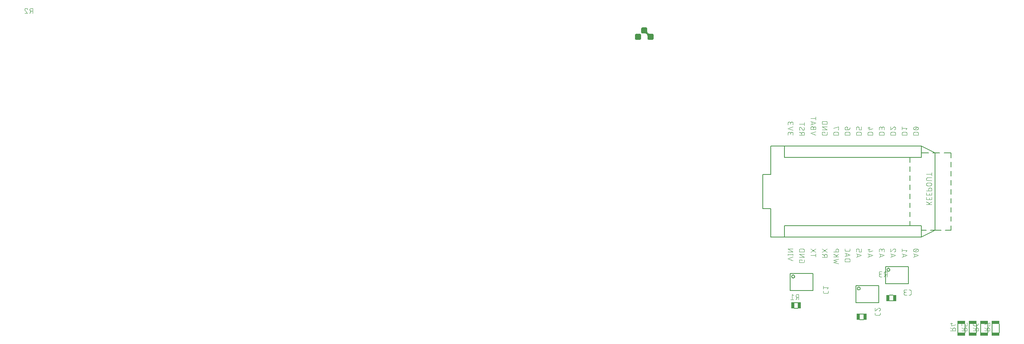
<source format=gbo>
G04 EAGLE Gerber RS-274X export*
G75*
%MOMM*%
%FSLAX34Y34*%
%LPD*%
%INSilkscreen Bottom*%
%IPPOS*%
%AMOC8*
5,1,8,0,0,1.08239X$1,22.5*%
G01*
%ADD10C,0.127000*%
%ADD11C,0.101600*%
%ADD12C,0.152400*%
%ADD13R,0.650000X1.400000*%
%ADD14R,1.752600X0.736600*%

G36*
X48221Y720225D02*
X48221Y720225D01*
X48250Y720223D01*
X48907Y720310D01*
X48943Y720323D01*
X49003Y720335D01*
X49616Y720589D01*
X49646Y720611D01*
X49701Y720639D01*
X50228Y721042D01*
X50252Y721072D01*
X50298Y721112D01*
X50701Y721639D01*
X50717Y721673D01*
X50751Y721725D01*
X51005Y722337D01*
X51011Y722375D01*
X51029Y722427D01*
X51029Y722429D01*
X51030Y722433D01*
X51117Y723090D01*
X51115Y723112D01*
X51120Y723140D01*
X51120Y730760D01*
X51115Y730781D01*
X51117Y730810D01*
X51030Y731467D01*
X51017Y731503D01*
X51005Y731563D01*
X50751Y732176D01*
X50729Y732206D01*
X50701Y732261D01*
X50298Y732788D01*
X50268Y732812D01*
X50228Y732858D01*
X49701Y733261D01*
X49667Y733277D01*
X49616Y733311D01*
X49003Y733565D01*
X48966Y733571D01*
X48907Y733590D01*
X48250Y733677D01*
X48228Y733675D01*
X48200Y733680D01*
X43139Y733680D01*
X41956Y733797D01*
X40836Y734136D01*
X39804Y734688D01*
X38900Y735430D01*
X38158Y736334D01*
X37606Y737366D01*
X37267Y738486D01*
X37150Y739669D01*
X37150Y744730D01*
X37145Y744751D01*
X37147Y744780D01*
X37060Y745437D01*
X37047Y745473D01*
X37035Y745533D01*
X36781Y746146D01*
X36759Y746176D01*
X36731Y746231D01*
X36328Y746758D01*
X36298Y746782D01*
X36258Y746828D01*
X35731Y747231D01*
X35697Y747247D01*
X35646Y747281D01*
X35033Y747535D01*
X34996Y747541D01*
X34937Y747560D01*
X34280Y747647D01*
X34258Y747645D01*
X34230Y747650D01*
X26610Y747650D01*
X26589Y747645D01*
X26560Y747647D01*
X25903Y747560D01*
X25867Y747547D01*
X25807Y747535D01*
X25195Y747281D01*
X25164Y747259D01*
X25109Y747231D01*
X24582Y746828D01*
X24558Y746798D01*
X24512Y746758D01*
X24109Y746231D01*
X24093Y746197D01*
X24059Y746146D01*
X23805Y745533D01*
X23799Y745496D01*
X23780Y745437D01*
X23693Y744780D01*
X23695Y744758D01*
X23690Y744730D01*
X23690Y737110D01*
X23695Y737089D01*
X23693Y737060D01*
X23780Y736403D01*
X23793Y736367D01*
X23805Y736307D01*
X24059Y735695D01*
X24081Y735664D01*
X24109Y735609D01*
X24512Y735082D01*
X24542Y735058D01*
X24582Y735012D01*
X25109Y734609D01*
X25143Y734593D01*
X25195Y734559D01*
X25807Y734305D01*
X25845Y734299D01*
X25903Y734280D01*
X26560Y734193D01*
X26582Y734195D01*
X26610Y734190D01*
X31671Y734190D01*
X32854Y734073D01*
X33974Y733734D01*
X35006Y733182D01*
X35910Y732440D01*
X36652Y731536D01*
X37204Y730504D01*
X37543Y729384D01*
X37660Y728201D01*
X37660Y723140D01*
X37665Y723119D01*
X37663Y723090D01*
X37750Y722433D01*
X37757Y722413D01*
X37757Y722401D01*
X37765Y722386D01*
X37775Y722337D01*
X38029Y721725D01*
X38051Y721694D01*
X38079Y721639D01*
X38482Y721112D01*
X38487Y721109D01*
X38487Y721108D01*
X38494Y721103D01*
X38512Y721088D01*
X38552Y721042D01*
X39079Y720639D01*
X39113Y720623D01*
X39165Y720589D01*
X39777Y720335D01*
X39815Y720329D01*
X39873Y720310D01*
X40530Y720223D01*
X40552Y720225D01*
X40580Y720220D01*
X48200Y720220D01*
X48221Y720225D01*
G37*
G36*
X20281Y720225D02*
X20281Y720225D01*
X20310Y720223D01*
X20967Y720310D01*
X21003Y720323D01*
X21063Y720335D01*
X21676Y720589D01*
X21706Y720611D01*
X21761Y720639D01*
X22288Y721042D01*
X22312Y721072D01*
X22358Y721112D01*
X22761Y721639D01*
X22777Y721673D01*
X22811Y721725D01*
X23065Y722337D01*
X23071Y722375D01*
X23089Y722428D01*
X23089Y722429D01*
X23090Y722433D01*
X23177Y723090D01*
X23175Y723112D01*
X23180Y723140D01*
X23180Y730760D01*
X23175Y730781D01*
X23177Y730810D01*
X23090Y731467D01*
X23077Y731503D01*
X23065Y731563D01*
X22811Y732176D01*
X22789Y732206D01*
X22761Y732261D01*
X22358Y732788D01*
X22328Y732812D01*
X22288Y732858D01*
X21761Y733261D01*
X21727Y733277D01*
X21676Y733311D01*
X21063Y733565D01*
X21026Y733571D01*
X20967Y733590D01*
X20310Y733677D01*
X20288Y733675D01*
X20260Y733680D01*
X12640Y733680D01*
X12619Y733675D01*
X12590Y733677D01*
X11933Y733590D01*
X11897Y733577D01*
X11837Y733565D01*
X11225Y733311D01*
X11194Y733289D01*
X11139Y733261D01*
X10612Y732858D01*
X10588Y732828D01*
X10542Y732788D01*
X10139Y732261D01*
X10123Y732227D01*
X10089Y732176D01*
X9835Y731563D01*
X9829Y731526D01*
X9810Y731467D01*
X9723Y730810D01*
X9725Y730788D01*
X9720Y730760D01*
X9720Y723140D01*
X9725Y723119D01*
X9723Y723090D01*
X9810Y722433D01*
X9817Y722413D01*
X9817Y722401D01*
X9825Y722386D01*
X9835Y722337D01*
X10089Y721725D01*
X10111Y721694D01*
X10139Y721639D01*
X10542Y721112D01*
X10547Y721109D01*
X10547Y721108D01*
X10554Y721103D01*
X10572Y721088D01*
X10612Y721042D01*
X11139Y720639D01*
X11173Y720623D01*
X11225Y720589D01*
X11837Y720335D01*
X11875Y720329D01*
X11933Y720310D01*
X12590Y720223D01*
X12612Y720225D01*
X12640Y720220D01*
X20260Y720220D01*
X20281Y720225D01*
G37*
D10*
X312420Y482600D02*
X342900Y482600D01*
X647700Y482600D01*
X678180Y467360D01*
X678180Y294640D02*
X647700Y279400D01*
X678180Y294640D02*
X678180Y467360D01*
X647700Y279400D02*
X342900Y279400D01*
X312420Y279400D01*
X678180Y294640D02*
X690960Y294640D01*
X700960Y294640D02*
X713740Y294640D01*
X713740Y304942D01*
X713740Y314942D02*
X713740Y325244D01*
X713740Y335244D02*
X713740Y345547D01*
X713740Y355547D02*
X713740Y365849D01*
X713740Y375849D02*
X713740Y386151D01*
X713740Y396151D02*
X713740Y406453D01*
X713740Y416453D02*
X713740Y426756D01*
X713740Y436756D02*
X713740Y447058D01*
X713740Y457058D02*
X713740Y467360D01*
X698393Y467360D01*
X688393Y467360D02*
X673047Y467360D01*
X663047Y467360D02*
X647700Y467360D01*
X647700Y457200D01*
X640000Y457200D01*
X630000Y457200D02*
X622300Y457200D01*
X622300Y446900D01*
X622300Y436900D02*
X622300Y426600D01*
X622300Y416600D02*
X622300Y406300D01*
X622300Y396300D02*
X622300Y386000D01*
X622300Y376000D02*
X622300Y365700D01*
X622300Y355700D02*
X622300Y345400D01*
X622300Y335400D02*
X622300Y325100D01*
X622300Y315100D02*
X622300Y304800D01*
X630000Y304800D01*
X640000Y304800D02*
X647700Y304800D01*
X647700Y294640D02*
X657940Y294640D01*
X667940Y294640D02*
X678180Y294640D01*
D11*
X670052Y352199D02*
X658368Y352199D01*
X662912Y352199D02*
X670052Y358690D01*
X665508Y354796D02*
X658368Y358690D01*
X658368Y363483D02*
X658368Y368675D01*
X658368Y363483D02*
X670052Y363483D01*
X670052Y368675D01*
X664859Y367377D02*
X664859Y363483D01*
X658368Y373389D02*
X658368Y378581D01*
X658368Y373389D02*
X670052Y373389D01*
X670052Y378581D01*
X664859Y377283D02*
X664859Y373389D01*
X670052Y383441D02*
X658368Y383441D01*
X670052Y383441D02*
X670052Y386687D01*
X670050Y386800D01*
X670044Y386913D01*
X670034Y387026D01*
X670020Y387139D01*
X670003Y387251D01*
X669981Y387362D01*
X669956Y387472D01*
X669926Y387582D01*
X669893Y387690D01*
X669856Y387797D01*
X669816Y387903D01*
X669771Y388007D01*
X669723Y388110D01*
X669672Y388211D01*
X669617Y388310D01*
X669559Y388407D01*
X669497Y388502D01*
X669432Y388595D01*
X669364Y388685D01*
X669293Y388773D01*
X669218Y388859D01*
X669141Y388942D01*
X669061Y389022D01*
X668978Y389099D01*
X668892Y389174D01*
X668804Y389245D01*
X668714Y389313D01*
X668621Y389378D01*
X668526Y389440D01*
X668429Y389498D01*
X668330Y389553D01*
X668229Y389604D01*
X668126Y389652D01*
X668022Y389697D01*
X667916Y389737D01*
X667809Y389774D01*
X667701Y389807D01*
X667591Y389837D01*
X667481Y389862D01*
X667370Y389884D01*
X667258Y389901D01*
X667145Y389915D01*
X667032Y389925D01*
X666919Y389931D01*
X666806Y389933D01*
X666693Y389931D01*
X666580Y389925D01*
X666467Y389915D01*
X666354Y389901D01*
X666242Y389884D01*
X666131Y389862D01*
X666021Y389837D01*
X665911Y389807D01*
X665803Y389774D01*
X665696Y389737D01*
X665590Y389697D01*
X665486Y389652D01*
X665383Y389604D01*
X665282Y389553D01*
X665183Y389498D01*
X665086Y389440D01*
X664991Y389378D01*
X664898Y389313D01*
X664808Y389245D01*
X664720Y389174D01*
X664634Y389099D01*
X664551Y389022D01*
X664471Y388942D01*
X664394Y388859D01*
X664319Y388773D01*
X664248Y388685D01*
X664180Y388595D01*
X664115Y388502D01*
X664053Y388407D01*
X663995Y388310D01*
X663940Y388211D01*
X663889Y388110D01*
X663841Y388007D01*
X663796Y387903D01*
X663756Y387797D01*
X663719Y387690D01*
X663686Y387582D01*
X663656Y387472D01*
X663631Y387362D01*
X663609Y387251D01*
X663592Y387139D01*
X663578Y387026D01*
X663568Y386913D01*
X663562Y386800D01*
X663560Y386687D01*
X663561Y386687D02*
X663561Y383441D01*
X661614Y394321D02*
X666806Y394321D01*
X666919Y394323D01*
X667032Y394329D01*
X667145Y394339D01*
X667258Y394353D01*
X667370Y394370D01*
X667481Y394392D01*
X667591Y394417D01*
X667701Y394447D01*
X667809Y394480D01*
X667916Y394517D01*
X668022Y394557D01*
X668126Y394602D01*
X668229Y394650D01*
X668330Y394701D01*
X668429Y394756D01*
X668526Y394814D01*
X668621Y394876D01*
X668714Y394941D01*
X668804Y395009D01*
X668892Y395080D01*
X668978Y395155D01*
X669061Y395232D01*
X669141Y395312D01*
X669218Y395395D01*
X669293Y395481D01*
X669364Y395569D01*
X669432Y395659D01*
X669497Y395752D01*
X669559Y395847D01*
X669617Y395944D01*
X669672Y396043D01*
X669723Y396144D01*
X669771Y396247D01*
X669816Y396351D01*
X669856Y396457D01*
X669893Y396564D01*
X669926Y396672D01*
X669956Y396782D01*
X669981Y396892D01*
X670003Y397003D01*
X670020Y397115D01*
X670034Y397228D01*
X670044Y397341D01*
X670050Y397454D01*
X670052Y397567D01*
X670050Y397680D01*
X670044Y397793D01*
X670034Y397906D01*
X670020Y398019D01*
X670003Y398131D01*
X669981Y398242D01*
X669956Y398352D01*
X669926Y398462D01*
X669893Y398570D01*
X669856Y398677D01*
X669816Y398783D01*
X669771Y398887D01*
X669723Y398990D01*
X669672Y399091D01*
X669617Y399190D01*
X669559Y399287D01*
X669497Y399382D01*
X669432Y399475D01*
X669364Y399565D01*
X669293Y399653D01*
X669218Y399739D01*
X669141Y399822D01*
X669061Y399902D01*
X668978Y399979D01*
X668892Y400054D01*
X668804Y400125D01*
X668714Y400193D01*
X668621Y400258D01*
X668526Y400320D01*
X668429Y400378D01*
X668330Y400433D01*
X668229Y400484D01*
X668126Y400532D01*
X668022Y400577D01*
X667916Y400617D01*
X667809Y400654D01*
X667701Y400687D01*
X667591Y400717D01*
X667481Y400742D01*
X667370Y400764D01*
X667258Y400781D01*
X667145Y400795D01*
X667032Y400805D01*
X666919Y400811D01*
X666806Y400813D01*
X666806Y400812D02*
X661614Y400812D01*
X661614Y400813D02*
X661501Y400811D01*
X661388Y400805D01*
X661275Y400795D01*
X661162Y400781D01*
X661050Y400764D01*
X660939Y400742D01*
X660829Y400717D01*
X660719Y400687D01*
X660611Y400654D01*
X660504Y400617D01*
X660398Y400577D01*
X660294Y400532D01*
X660191Y400484D01*
X660090Y400433D01*
X659991Y400378D01*
X659894Y400320D01*
X659799Y400258D01*
X659706Y400193D01*
X659616Y400125D01*
X659528Y400054D01*
X659442Y399979D01*
X659359Y399902D01*
X659279Y399822D01*
X659202Y399739D01*
X659127Y399653D01*
X659056Y399565D01*
X658988Y399475D01*
X658923Y399382D01*
X658861Y399287D01*
X658803Y399190D01*
X658748Y399091D01*
X658697Y398990D01*
X658649Y398887D01*
X658604Y398783D01*
X658564Y398677D01*
X658527Y398570D01*
X658494Y398462D01*
X658464Y398352D01*
X658439Y398242D01*
X658417Y398131D01*
X658400Y398019D01*
X658386Y397906D01*
X658376Y397793D01*
X658370Y397680D01*
X658368Y397567D01*
X658370Y397454D01*
X658376Y397341D01*
X658386Y397228D01*
X658400Y397115D01*
X658417Y397003D01*
X658439Y396892D01*
X658464Y396782D01*
X658494Y396672D01*
X658527Y396564D01*
X658564Y396457D01*
X658604Y396351D01*
X658649Y396247D01*
X658697Y396144D01*
X658748Y396043D01*
X658803Y395944D01*
X658861Y395847D01*
X658923Y395752D01*
X658988Y395659D01*
X659056Y395569D01*
X659127Y395481D01*
X659202Y395395D01*
X659279Y395312D01*
X659359Y395232D01*
X659442Y395155D01*
X659528Y395080D01*
X659616Y395009D01*
X659706Y394941D01*
X659799Y394876D01*
X659894Y394814D01*
X659991Y394756D01*
X660090Y394701D01*
X660191Y394650D01*
X660294Y394602D01*
X660398Y394557D01*
X660504Y394517D01*
X660611Y394480D01*
X660719Y394447D01*
X660829Y394417D01*
X660939Y394392D01*
X661050Y394370D01*
X661162Y394353D01*
X661275Y394339D01*
X661388Y394329D01*
X661501Y394323D01*
X661614Y394321D01*
X661614Y406132D02*
X670052Y406132D01*
X661614Y406131D02*
X661501Y406133D01*
X661388Y406139D01*
X661275Y406149D01*
X661162Y406163D01*
X661050Y406180D01*
X660939Y406202D01*
X660829Y406227D01*
X660719Y406257D01*
X660611Y406290D01*
X660504Y406327D01*
X660398Y406367D01*
X660294Y406412D01*
X660191Y406460D01*
X660090Y406511D01*
X659991Y406566D01*
X659894Y406624D01*
X659799Y406686D01*
X659706Y406751D01*
X659616Y406819D01*
X659528Y406890D01*
X659442Y406965D01*
X659359Y407042D01*
X659279Y407122D01*
X659202Y407205D01*
X659127Y407291D01*
X659056Y407379D01*
X658988Y407469D01*
X658923Y407562D01*
X658861Y407657D01*
X658803Y407754D01*
X658748Y407853D01*
X658697Y407954D01*
X658649Y408057D01*
X658604Y408161D01*
X658564Y408267D01*
X658527Y408374D01*
X658494Y408482D01*
X658464Y408592D01*
X658439Y408702D01*
X658417Y408813D01*
X658400Y408925D01*
X658386Y409038D01*
X658376Y409151D01*
X658370Y409264D01*
X658368Y409377D01*
X658370Y409490D01*
X658376Y409603D01*
X658386Y409716D01*
X658400Y409829D01*
X658417Y409941D01*
X658439Y410052D01*
X658464Y410162D01*
X658494Y410272D01*
X658527Y410380D01*
X658564Y410487D01*
X658604Y410593D01*
X658649Y410697D01*
X658697Y410800D01*
X658748Y410901D01*
X658803Y411000D01*
X658861Y411097D01*
X658923Y411192D01*
X658988Y411285D01*
X659056Y411375D01*
X659127Y411463D01*
X659202Y411549D01*
X659279Y411632D01*
X659359Y411712D01*
X659442Y411789D01*
X659528Y411864D01*
X659616Y411935D01*
X659706Y412003D01*
X659799Y412068D01*
X659894Y412130D01*
X659991Y412188D01*
X660090Y412243D01*
X660191Y412294D01*
X660294Y412342D01*
X660398Y412387D01*
X660504Y412427D01*
X660611Y412464D01*
X660719Y412497D01*
X660829Y412527D01*
X660939Y412552D01*
X661050Y412574D01*
X661162Y412591D01*
X661275Y412605D01*
X661388Y412615D01*
X661501Y412621D01*
X661614Y412623D01*
X670052Y412623D01*
X670052Y420426D02*
X658368Y420426D01*
X670052Y417181D02*
X670052Y423672D01*
D10*
X312420Y342900D02*
X312420Y279400D01*
X312420Y342900D02*
X294640Y342900D01*
X312420Y419100D02*
X312420Y482600D01*
X312420Y419100D02*
X294640Y419100D01*
X294640Y342900D01*
D11*
X349758Y231577D02*
X361442Y227683D01*
X361442Y235472D02*
X349758Y231577D01*
X349758Y240721D02*
X361442Y240721D01*
X349758Y239423D02*
X349758Y242020D01*
X361442Y242020D02*
X361442Y239423D01*
X361442Y247001D02*
X349758Y247001D01*
X349758Y253492D02*
X361442Y247001D01*
X361442Y253492D02*
X349758Y253492D01*
X381649Y229108D02*
X381649Y227161D01*
X381649Y229108D02*
X375158Y229108D01*
X375158Y225213D01*
X375160Y225114D01*
X375166Y225014D01*
X375175Y224915D01*
X375188Y224817D01*
X375205Y224719D01*
X375226Y224621D01*
X375251Y224525D01*
X375279Y224430D01*
X375311Y224336D01*
X375346Y224243D01*
X375385Y224151D01*
X375428Y224061D01*
X375473Y223973D01*
X375523Y223886D01*
X375575Y223802D01*
X375631Y223719D01*
X375689Y223639D01*
X375751Y223561D01*
X375816Y223486D01*
X375884Y223413D01*
X375954Y223343D01*
X376027Y223275D01*
X376102Y223210D01*
X376180Y223148D01*
X376260Y223090D01*
X376343Y223034D01*
X376427Y222982D01*
X376514Y222932D01*
X376602Y222887D01*
X376692Y222844D01*
X376784Y222805D01*
X376877Y222770D01*
X376971Y222738D01*
X377066Y222710D01*
X377162Y222685D01*
X377260Y222664D01*
X377358Y222647D01*
X377456Y222634D01*
X377555Y222625D01*
X377655Y222619D01*
X377754Y222617D01*
X384246Y222617D01*
X384345Y222619D01*
X384445Y222625D01*
X384544Y222634D01*
X384642Y222647D01*
X384740Y222664D01*
X384838Y222685D01*
X384934Y222710D01*
X385029Y222738D01*
X385123Y222770D01*
X385216Y222805D01*
X385308Y222844D01*
X385398Y222887D01*
X385486Y222932D01*
X385573Y222982D01*
X385657Y223034D01*
X385740Y223090D01*
X385820Y223148D01*
X385898Y223210D01*
X385973Y223275D01*
X386046Y223343D01*
X386116Y223413D01*
X386184Y223486D01*
X386249Y223561D01*
X386311Y223639D01*
X386369Y223719D01*
X386425Y223802D01*
X386477Y223886D01*
X386527Y223973D01*
X386572Y224061D01*
X386615Y224151D01*
X386654Y224243D01*
X386689Y224335D01*
X386721Y224430D01*
X386749Y224525D01*
X386774Y224621D01*
X386795Y224719D01*
X386812Y224817D01*
X386825Y224915D01*
X386834Y225014D01*
X386840Y225114D01*
X386842Y225213D01*
X386842Y229108D01*
X386842Y234809D02*
X375158Y234809D01*
X375158Y241300D02*
X386842Y234809D01*
X386842Y241300D02*
X375158Y241300D01*
X375158Y247001D02*
X386842Y247001D01*
X386842Y250246D01*
X386840Y250359D01*
X386834Y250472D01*
X386824Y250585D01*
X386810Y250698D01*
X386793Y250810D01*
X386771Y250921D01*
X386746Y251031D01*
X386716Y251141D01*
X386683Y251249D01*
X386646Y251356D01*
X386606Y251462D01*
X386561Y251566D01*
X386513Y251669D01*
X386462Y251770D01*
X386407Y251869D01*
X386349Y251966D01*
X386287Y252061D01*
X386222Y252154D01*
X386154Y252244D01*
X386083Y252332D01*
X386008Y252418D01*
X385931Y252501D01*
X385851Y252581D01*
X385768Y252658D01*
X385682Y252733D01*
X385594Y252804D01*
X385504Y252872D01*
X385411Y252937D01*
X385316Y252999D01*
X385219Y253057D01*
X385120Y253112D01*
X385019Y253163D01*
X384916Y253211D01*
X384812Y253256D01*
X384706Y253296D01*
X384599Y253333D01*
X384491Y253366D01*
X384381Y253396D01*
X384271Y253421D01*
X384160Y253443D01*
X384048Y253460D01*
X383935Y253474D01*
X383822Y253484D01*
X383709Y253490D01*
X383596Y253492D01*
X378404Y253492D01*
X378291Y253490D01*
X378178Y253484D01*
X378065Y253474D01*
X377952Y253460D01*
X377840Y253443D01*
X377729Y253421D01*
X377619Y253396D01*
X377509Y253366D01*
X377401Y253333D01*
X377294Y253296D01*
X377188Y253256D01*
X377084Y253211D01*
X376981Y253163D01*
X376880Y253112D01*
X376781Y253057D01*
X376684Y252999D01*
X376589Y252937D01*
X376496Y252872D01*
X376406Y252804D01*
X376318Y252733D01*
X376232Y252658D01*
X376149Y252581D01*
X376069Y252501D01*
X375992Y252418D01*
X375917Y252332D01*
X375846Y252244D01*
X375778Y252154D01*
X375713Y252061D01*
X375651Y251966D01*
X375593Y251869D01*
X375538Y251770D01*
X375487Y251669D01*
X375439Y251566D01*
X375394Y251462D01*
X375354Y251356D01*
X375317Y251249D01*
X375284Y251141D01*
X375254Y251031D01*
X375229Y250921D01*
X375207Y250810D01*
X375190Y250698D01*
X375176Y250585D01*
X375166Y250472D01*
X375160Y250359D01*
X375158Y250246D01*
X375158Y247001D01*
X400558Y238929D02*
X412242Y238929D01*
X412242Y235684D02*
X412242Y242175D01*
X412242Y253492D02*
X400558Y245703D01*
X400558Y253492D02*
X412242Y245703D01*
X425958Y234995D02*
X437642Y234995D01*
X437642Y238241D01*
X437640Y238354D01*
X437634Y238467D01*
X437624Y238580D01*
X437610Y238693D01*
X437593Y238805D01*
X437571Y238916D01*
X437546Y239026D01*
X437516Y239136D01*
X437483Y239244D01*
X437446Y239351D01*
X437406Y239457D01*
X437361Y239561D01*
X437313Y239664D01*
X437262Y239765D01*
X437207Y239864D01*
X437149Y239961D01*
X437087Y240056D01*
X437022Y240149D01*
X436954Y240239D01*
X436883Y240327D01*
X436808Y240413D01*
X436731Y240496D01*
X436651Y240576D01*
X436568Y240653D01*
X436482Y240728D01*
X436394Y240799D01*
X436304Y240867D01*
X436211Y240932D01*
X436116Y240994D01*
X436019Y241052D01*
X435920Y241107D01*
X435819Y241158D01*
X435716Y241206D01*
X435612Y241251D01*
X435506Y241291D01*
X435399Y241328D01*
X435291Y241361D01*
X435181Y241391D01*
X435071Y241416D01*
X434960Y241438D01*
X434848Y241455D01*
X434735Y241469D01*
X434622Y241479D01*
X434509Y241485D01*
X434396Y241487D01*
X434283Y241485D01*
X434170Y241479D01*
X434057Y241469D01*
X433944Y241455D01*
X433832Y241438D01*
X433721Y241416D01*
X433611Y241391D01*
X433501Y241361D01*
X433393Y241328D01*
X433286Y241291D01*
X433180Y241251D01*
X433076Y241206D01*
X432973Y241158D01*
X432872Y241107D01*
X432773Y241052D01*
X432676Y240994D01*
X432581Y240932D01*
X432488Y240867D01*
X432398Y240799D01*
X432310Y240728D01*
X432224Y240653D01*
X432141Y240576D01*
X432061Y240496D01*
X431984Y240413D01*
X431909Y240327D01*
X431838Y240239D01*
X431770Y240149D01*
X431705Y240056D01*
X431643Y239961D01*
X431585Y239864D01*
X431530Y239765D01*
X431479Y239664D01*
X431431Y239561D01*
X431386Y239457D01*
X431346Y239351D01*
X431309Y239244D01*
X431276Y239136D01*
X431246Y239026D01*
X431221Y238916D01*
X431199Y238805D01*
X431182Y238693D01*
X431168Y238580D01*
X431158Y238467D01*
X431152Y238354D01*
X431150Y238241D01*
X431151Y238241D02*
X431151Y234995D01*
X431151Y238890D02*
X425958Y241487D01*
X425958Y245703D02*
X437642Y253492D01*
X437642Y245703D02*
X425958Y253492D01*
X451358Y222716D02*
X463042Y220119D01*
X459147Y225312D02*
X451358Y222716D01*
X451358Y227909D02*
X459147Y225312D01*
X463042Y230505D02*
X451358Y227909D01*
X451358Y235571D02*
X463042Y235571D01*
X463042Y242062D02*
X455902Y235571D01*
X458498Y238167D02*
X451358Y242062D01*
X451358Y247001D02*
X463042Y247001D01*
X463042Y250246D01*
X463040Y250359D01*
X463034Y250472D01*
X463024Y250585D01*
X463010Y250698D01*
X462993Y250810D01*
X462971Y250921D01*
X462946Y251031D01*
X462916Y251141D01*
X462883Y251249D01*
X462846Y251356D01*
X462806Y251462D01*
X462761Y251566D01*
X462713Y251669D01*
X462662Y251770D01*
X462607Y251869D01*
X462549Y251966D01*
X462487Y252061D01*
X462422Y252154D01*
X462354Y252244D01*
X462283Y252332D01*
X462208Y252418D01*
X462131Y252501D01*
X462051Y252581D01*
X461968Y252658D01*
X461882Y252733D01*
X461794Y252804D01*
X461704Y252872D01*
X461611Y252937D01*
X461516Y252999D01*
X461419Y253057D01*
X461320Y253112D01*
X461219Y253163D01*
X461116Y253211D01*
X461012Y253256D01*
X460906Y253296D01*
X460799Y253333D01*
X460691Y253366D01*
X460581Y253396D01*
X460471Y253421D01*
X460360Y253443D01*
X460248Y253460D01*
X460135Y253474D01*
X460022Y253484D01*
X459909Y253490D01*
X459796Y253492D01*
X459683Y253490D01*
X459570Y253484D01*
X459457Y253474D01*
X459344Y253460D01*
X459232Y253443D01*
X459121Y253421D01*
X459011Y253396D01*
X458901Y253366D01*
X458793Y253333D01*
X458686Y253296D01*
X458580Y253256D01*
X458476Y253211D01*
X458373Y253163D01*
X458272Y253112D01*
X458173Y253057D01*
X458076Y252999D01*
X457981Y252937D01*
X457888Y252872D01*
X457798Y252804D01*
X457710Y252733D01*
X457624Y252658D01*
X457541Y252581D01*
X457461Y252501D01*
X457384Y252418D01*
X457309Y252332D01*
X457238Y252244D01*
X457170Y252154D01*
X457105Y252061D01*
X457043Y251966D01*
X456985Y251869D01*
X456930Y251770D01*
X456879Y251669D01*
X456831Y251566D01*
X456786Y251462D01*
X456746Y251356D01*
X456709Y251249D01*
X456676Y251141D01*
X456646Y251031D01*
X456621Y250921D01*
X456599Y250810D01*
X456582Y250698D01*
X456568Y250585D01*
X456558Y250472D01*
X456552Y250359D01*
X456550Y250246D01*
X456551Y250246D02*
X456551Y247001D01*
X476758Y225091D02*
X488442Y225091D01*
X488442Y228337D01*
X488440Y228450D01*
X488434Y228563D01*
X488424Y228676D01*
X488410Y228789D01*
X488393Y228901D01*
X488371Y229012D01*
X488346Y229122D01*
X488316Y229232D01*
X488283Y229340D01*
X488246Y229447D01*
X488206Y229553D01*
X488161Y229657D01*
X488113Y229760D01*
X488062Y229861D01*
X488007Y229960D01*
X487949Y230057D01*
X487887Y230152D01*
X487822Y230245D01*
X487754Y230335D01*
X487683Y230423D01*
X487608Y230509D01*
X487531Y230592D01*
X487451Y230672D01*
X487368Y230749D01*
X487282Y230824D01*
X487194Y230895D01*
X487104Y230963D01*
X487011Y231028D01*
X486916Y231090D01*
X486819Y231148D01*
X486720Y231203D01*
X486619Y231254D01*
X486516Y231302D01*
X486412Y231347D01*
X486306Y231387D01*
X486199Y231424D01*
X486091Y231457D01*
X485981Y231487D01*
X485871Y231512D01*
X485760Y231534D01*
X485648Y231551D01*
X485535Y231565D01*
X485422Y231575D01*
X485309Y231581D01*
X485196Y231583D01*
X485196Y231582D02*
X480004Y231582D01*
X480004Y231583D02*
X479891Y231581D01*
X479778Y231575D01*
X479665Y231565D01*
X479552Y231551D01*
X479440Y231534D01*
X479329Y231512D01*
X479219Y231487D01*
X479109Y231457D01*
X479001Y231424D01*
X478894Y231387D01*
X478788Y231347D01*
X478684Y231302D01*
X478581Y231254D01*
X478480Y231203D01*
X478381Y231148D01*
X478284Y231090D01*
X478189Y231028D01*
X478096Y230963D01*
X478006Y230895D01*
X477918Y230824D01*
X477832Y230749D01*
X477749Y230672D01*
X477669Y230592D01*
X477592Y230509D01*
X477517Y230423D01*
X477446Y230335D01*
X477378Y230245D01*
X477313Y230152D01*
X477251Y230057D01*
X477193Y229960D01*
X477138Y229861D01*
X477087Y229760D01*
X477039Y229657D01*
X476994Y229553D01*
X476954Y229447D01*
X476917Y229340D01*
X476884Y229232D01*
X476854Y229122D01*
X476829Y229012D01*
X476807Y228901D01*
X476790Y228789D01*
X476776Y228676D01*
X476766Y228563D01*
X476760Y228450D01*
X476758Y228337D01*
X476758Y225091D01*
X476758Y236253D02*
X488442Y240148D01*
X476758Y244043D01*
X479679Y243069D02*
X479679Y237227D01*
X476758Y250896D02*
X476758Y253492D01*
X476758Y250896D02*
X476760Y250797D01*
X476766Y250697D01*
X476775Y250598D01*
X476788Y250500D01*
X476805Y250402D01*
X476826Y250304D01*
X476851Y250208D01*
X476879Y250113D01*
X476911Y250019D01*
X476946Y249926D01*
X476985Y249834D01*
X477028Y249744D01*
X477073Y249656D01*
X477123Y249569D01*
X477175Y249485D01*
X477231Y249402D01*
X477289Y249322D01*
X477351Y249244D01*
X477416Y249169D01*
X477484Y249096D01*
X477554Y249026D01*
X477627Y248958D01*
X477702Y248893D01*
X477780Y248831D01*
X477860Y248773D01*
X477943Y248717D01*
X478027Y248665D01*
X478114Y248615D01*
X478202Y248570D01*
X478292Y248527D01*
X478384Y248488D01*
X478477Y248453D01*
X478571Y248421D01*
X478666Y248393D01*
X478762Y248368D01*
X478860Y248347D01*
X478958Y248330D01*
X479056Y248317D01*
X479155Y248308D01*
X479255Y248302D01*
X479354Y248300D01*
X479354Y248299D02*
X485846Y248299D01*
X485846Y248300D02*
X485945Y248302D01*
X486045Y248308D01*
X486144Y248317D01*
X486242Y248330D01*
X486340Y248347D01*
X486438Y248368D01*
X486534Y248393D01*
X486629Y248421D01*
X486723Y248453D01*
X486816Y248488D01*
X486908Y248527D01*
X486998Y248570D01*
X487086Y248615D01*
X487173Y248665D01*
X487257Y248717D01*
X487340Y248773D01*
X487420Y248831D01*
X487498Y248893D01*
X487573Y248958D01*
X487646Y249026D01*
X487716Y249096D01*
X487784Y249169D01*
X487849Y249244D01*
X487911Y249322D01*
X487969Y249402D01*
X488025Y249485D01*
X488077Y249569D01*
X488127Y249656D01*
X488172Y249744D01*
X488215Y249834D01*
X488254Y249926D01*
X488289Y250018D01*
X488321Y250113D01*
X488349Y250208D01*
X488374Y250304D01*
X488395Y250402D01*
X488412Y250500D01*
X488425Y250598D01*
X488434Y250697D01*
X488440Y250797D01*
X488442Y250896D01*
X488442Y253492D01*
X502158Y234922D02*
X513842Y238816D01*
X502158Y242711D01*
X505079Y241737D02*
X505079Y235895D01*
X502158Y247001D02*
X502158Y250896D01*
X502160Y250995D01*
X502166Y251095D01*
X502175Y251194D01*
X502188Y251292D01*
X502205Y251390D01*
X502226Y251488D01*
X502251Y251584D01*
X502279Y251679D01*
X502311Y251773D01*
X502346Y251866D01*
X502385Y251958D01*
X502428Y252048D01*
X502473Y252136D01*
X502523Y252223D01*
X502575Y252307D01*
X502631Y252390D01*
X502689Y252470D01*
X502751Y252548D01*
X502816Y252623D01*
X502884Y252696D01*
X502954Y252766D01*
X503027Y252834D01*
X503102Y252899D01*
X503180Y252961D01*
X503260Y253019D01*
X503343Y253075D01*
X503427Y253127D01*
X503514Y253177D01*
X503602Y253222D01*
X503692Y253265D01*
X503784Y253304D01*
X503877Y253339D01*
X503971Y253371D01*
X504066Y253399D01*
X504162Y253424D01*
X504260Y253445D01*
X504358Y253462D01*
X504456Y253475D01*
X504555Y253484D01*
X504655Y253490D01*
X504754Y253492D01*
X506053Y253492D01*
X506152Y253490D01*
X506252Y253484D01*
X506351Y253475D01*
X506449Y253462D01*
X506547Y253445D01*
X506645Y253424D01*
X506741Y253399D01*
X506836Y253371D01*
X506930Y253339D01*
X507023Y253304D01*
X507115Y253265D01*
X507205Y253222D01*
X507293Y253177D01*
X507380Y253127D01*
X507464Y253075D01*
X507547Y253019D01*
X507627Y252961D01*
X507705Y252899D01*
X507780Y252834D01*
X507853Y252766D01*
X507923Y252696D01*
X507991Y252623D01*
X508056Y252548D01*
X508118Y252470D01*
X508176Y252390D01*
X508232Y252307D01*
X508284Y252223D01*
X508334Y252136D01*
X508379Y252048D01*
X508422Y251958D01*
X508461Y251866D01*
X508496Y251773D01*
X508528Y251679D01*
X508556Y251584D01*
X508581Y251488D01*
X508602Y251390D01*
X508619Y251292D01*
X508632Y251194D01*
X508641Y251095D01*
X508647Y250995D01*
X508649Y250896D01*
X508649Y247001D01*
X513842Y247001D01*
X513842Y253492D01*
X527558Y234922D02*
X539242Y238816D01*
X527558Y242711D01*
X530479Y241737D02*
X530479Y235895D01*
X530154Y247001D02*
X539242Y249597D01*
X530154Y247001D02*
X530154Y253492D01*
X532751Y251545D02*
X527558Y251545D01*
X552958Y234922D02*
X564642Y238816D01*
X552958Y242711D01*
X555879Y241737D02*
X555879Y235895D01*
X552958Y247001D02*
X552958Y250246D01*
X552960Y250359D01*
X552966Y250472D01*
X552976Y250585D01*
X552990Y250698D01*
X553007Y250810D01*
X553029Y250921D01*
X553054Y251031D01*
X553084Y251141D01*
X553117Y251249D01*
X553154Y251356D01*
X553194Y251462D01*
X553239Y251566D01*
X553287Y251669D01*
X553338Y251770D01*
X553393Y251869D01*
X553451Y251966D01*
X553513Y252061D01*
X553578Y252154D01*
X553646Y252244D01*
X553717Y252332D01*
X553792Y252418D01*
X553869Y252501D01*
X553949Y252581D01*
X554032Y252658D01*
X554118Y252733D01*
X554206Y252804D01*
X554296Y252872D01*
X554389Y252937D01*
X554484Y252999D01*
X554581Y253057D01*
X554680Y253112D01*
X554781Y253163D01*
X554884Y253211D01*
X554988Y253256D01*
X555094Y253296D01*
X555201Y253333D01*
X555309Y253366D01*
X555419Y253396D01*
X555529Y253421D01*
X555640Y253443D01*
X555752Y253460D01*
X555865Y253474D01*
X555978Y253484D01*
X556091Y253490D01*
X556204Y253492D01*
X556317Y253490D01*
X556430Y253484D01*
X556543Y253474D01*
X556656Y253460D01*
X556768Y253443D01*
X556879Y253421D01*
X556989Y253396D01*
X557099Y253366D01*
X557207Y253333D01*
X557314Y253296D01*
X557420Y253256D01*
X557524Y253211D01*
X557627Y253163D01*
X557728Y253112D01*
X557827Y253057D01*
X557924Y252999D01*
X558019Y252937D01*
X558112Y252872D01*
X558202Y252804D01*
X558290Y252733D01*
X558376Y252658D01*
X558459Y252581D01*
X558539Y252501D01*
X558616Y252418D01*
X558691Y252332D01*
X558762Y252244D01*
X558830Y252154D01*
X558895Y252061D01*
X558957Y251966D01*
X559015Y251869D01*
X559070Y251770D01*
X559121Y251669D01*
X559169Y251566D01*
X559214Y251462D01*
X559254Y251356D01*
X559291Y251249D01*
X559324Y251141D01*
X559354Y251031D01*
X559379Y250921D01*
X559401Y250810D01*
X559418Y250698D01*
X559432Y250585D01*
X559442Y250472D01*
X559448Y250359D01*
X559450Y250246D01*
X564642Y250896D02*
X564642Y247001D01*
X564642Y250896D02*
X564640Y250997D01*
X564634Y251097D01*
X564624Y251197D01*
X564611Y251297D01*
X564593Y251396D01*
X564572Y251495D01*
X564547Y251592D01*
X564518Y251689D01*
X564485Y251784D01*
X564449Y251878D01*
X564409Y251970D01*
X564366Y252061D01*
X564319Y252150D01*
X564269Y252237D01*
X564215Y252323D01*
X564158Y252406D01*
X564098Y252486D01*
X564035Y252565D01*
X563968Y252641D01*
X563899Y252714D01*
X563827Y252784D01*
X563753Y252852D01*
X563676Y252917D01*
X563596Y252978D01*
X563514Y253037D01*
X563430Y253092D01*
X563344Y253144D01*
X563256Y253193D01*
X563166Y253238D01*
X563074Y253280D01*
X562981Y253318D01*
X562886Y253352D01*
X562791Y253383D01*
X562694Y253410D01*
X562596Y253433D01*
X562497Y253453D01*
X562397Y253468D01*
X562297Y253480D01*
X562197Y253488D01*
X562096Y253492D01*
X561996Y253492D01*
X561895Y253488D01*
X561795Y253480D01*
X561695Y253468D01*
X561595Y253453D01*
X561496Y253433D01*
X561398Y253410D01*
X561301Y253383D01*
X561206Y253352D01*
X561111Y253318D01*
X561018Y253280D01*
X560926Y253238D01*
X560836Y253193D01*
X560748Y253144D01*
X560662Y253092D01*
X560578Y253037D01*
X560496Y252978D01*
X560416Y252917D01*
X560339Y252852D01*
X560265Y252784D01*
X560193Y252714D01*
X560124Y252641D01*
X560057Y252565D01*
X559994Y252486D01*
X559934Y252406D01*
X559877Y252323D01*
X559823Y252237D01*
X559773Y252150D01*
X559726Y252061D01*
X559683Y251970D01*
X559643Y251878D01*
X559607Y251784D01*
X559574Y251689D01*
X559545Y251592D01*
X559520Y251495D01*
X559499Y251396D01*
X559481Y251297D01*
X559468Y251197D01*
X559458Y251097D01*
X559452Y250997D01*
X559450Y250896D01*
X559449Y250896D02*
X559449Y248299D01*
X578358Y234922D02*
X590042Y238816D01*
X578358Y242711D01*
X581279Y241737D02*
X581279Y235895D01*
X590042Y250571D02*
X590040Y250678D01*
X590034Y250784D01*
X590024Y250890D01*
X590011Y250996D01*
X589993Y251102D01*
X589972Y251206D01*
X589947Y251310D01*
X589918Y251413D01*
X589886Y251514D01*
X589849Y251614D01*
X589809Y251713D01*
X589766Y251811D01*
X589719Y251907D01*
X589668Y252001D01*
X589614Y252093D01*
X589557Y252183D01*
X589497Y252271D01*
X589433Y252356D01*
X589366Y252439D01*
X589296Y252520D01*
X589224Y252598D01*
X589148Y252674D01*
X589070Y252746D01*
X588989Y252816D01*
X588906Y252883D01*
X588821Y252947D01*
X588733Y253007D01*
X588643Y253064D01*
X588551Y253118D01*
X588457Y253169D01*
X588361Y253216D01*
X588263Y253259D01*
X588164Y253299D01*
X588064Y253336D01*
X587963Y253368D01*
X587860Y253397D01*
X587756Y253422D01*
X587652Y253443D01*
X587546Y253461D01*
X587440Y253474D01*
X587334Y253484D01*
X587228Y253490D01*
X587121Y253492D01*
X590042Y250571D02*
X590040Y250450D01*
X590034Y250329D01*
X590024Y250209D01*
X590011Y250088D01*
X589993Y249969D01*
X589972Y249849D01*
X589947Y249731D01*
X589918Y249614D01*
X589885Y249497D01*
X589849Y249382D01*
X589808Y249268D01*
X589765Y249155D01*
X589717Y249043D01*
X589666Y248934D01*
X589611Y248826D01*
X589553Y248719D01*
X589492Y248615D01*
X589427Y248513D01*
X589359Y248413D01*
X589288Y248315D01*
X589214Y248219D01*
X589137Y248126D01*
X589056Y248036D01*
X588973Y247948D01*
X588887Y247863D01*
X588798Y247780D01*
X588707Y247701D01*
X588613Y247624D01*
X588517Y247551D01*
X588419Y247481D01*
X588318Y247414D01*
X588215Y247350D01*
X588110Y247290D01*
X588003Y247233D01*
X587895Y247179D01*
X587785Y247129D01*
X587673Y247083D01*
X587560Y247040D01*
X587445Y247001D01*
X584849Y252519D02*
X584926Y252598D01*
X585007Y252674D01*
X585090Y252747D01*
X585175Y252817D01*
X585263Y252884D01*
X585353Y252948D01*
X585445Y253008D01*
X585540Y253065D01*
X585636Y253119D01*
X585734Y253170D01*
X585834Y253217D01*
X585936Y253261D01*
X586039Y253301D01*
X586143Y253337D01*
X586249Y253369D01*
X586355Y253398D01*
X586463Y253423D01*
X586571Y253445D01*
X586681Y253462D01*
X586790Y253476D01*
X586900Y253485D01*
X587011Y253491D01*
X587121Y253493D01*
X584849Y252518D02*
X578358Y247001D01*
X578358Y253492D01*
X603758Y234922D02*
X615442Y238816D01*
X603758Y242711D01*
X606679Y241737D02*
X606679Y235895D01*
X612846Y247001D02*
X615442Y250246D01*
X603758Y250246D01*
X603758Y247001D02*
X603758Y253492D01*
X629158Y234922D02*
X640842Y238816D01*
X629158Y242711D01*
X632079Y241737D02*
X632079Y235895D01*
X635000Y247001D02*
X635230Y247004D01*
X635460Y247012D01*
X635689Y247026D01*
X635918Y247045D01*
X636147Y247070D01*
X636374Y247100D01*
X636602Y247135D01*
X636828Y247176D01*
X637053Y247222D01*
X637277Y247274D01*
X637499Y247331D01*
X637721Y247393D01*
X637940Y247461D01*
X638158Y247534D01*
X638375Y247612D01*
X638589Y247695D01*
X638801Y247783D01*
X639011Y247876D01*
X639219Y247975D01*
X639219Y247974D02*
X639309Y248007D01*
X639398Y248043D01*
X639486Y248083D01*
X639571Y248127D01*
X639655Y248174D01*
X639737Y248224D01*
X639817Y248278D01*
X639894Y248334D01*
X639970Y248394D01*
X640043Y248457D01*
X640113Y248522D01*
X640181Y248591D01*
X640245Y248662D01*
X640307Y248735D01*
X640366Y248811D01*
X640422Y248889D01*
X640475Y248970D01*
X640524Y249052D01*
X640570Y249136D01*
X640613Y249223D01*
X640652Y249310D01*
X640688Y249400D01*
X640720Y249490D01*
X640748Y249582D01*
X640773Y249675D01*
X640794Y249769D01*
X640811Y249863D01*
X640825Y249958D01*
X640834Y250054D01*
X640840Y250150D01*
X640842Y250246D01*
X640840Y250342D01*
X640834Y250438D01*
X640825Y250534D01*
X640811Y250629D01*
X640794Y250723D01*
X640773Y250817D01*
X640748Y250910D01*
X640720Y251002D01*
X640688Y251092D01*
X640652Y251182D01*
X640613Y251269D01*
X640570Y251356D01*
X640524Y251440D01*
X640475Y251522D01*
X640422Y251603D01*
X640366Y251681D01*
X640307Y251757D01*
X640245Y251830D01*
X640181Y251901D01*
X640113Y251970D01*
X640043Y252035D01*
X639970Y252098D01*
X639894Y252158D01*
X639817Y252214D01*
X639737Y252268D01*
X639655Y252318D01*
X639571Y252365D01*
X639486Y252409D01*
X639398Y252449D01*
X639309Y252485D01*
X639219Y252518D01*
X639219Y252519D02*
X639012Y252618D01*
X638802Y252711D01*
X638589Y252799D01*
X638375Y252882D01*
X638159Y252960D01*
X637941Y253033D01*
X637721Y253101D01*
X637500Y253163D01*
X637277Y253220D01*
X637053Y253272D01*
X636828Y253318D01*
X636602Y253359D01*
X636375Y253394D01*
X636147Y253424D01*
X635918Y253449D01*
X635689Y253468D01*
X635460Y253482D01*
X635230Y253490D01*
X635000Y253493D01*
X635000Y247001D02*
X634770Y247004D01*
X634540Y247012D01*
X634311Y247026D01*
X634082Y247045D01*
X633853Y247070D01*
X633625Y247100D01*
X633398Y247135D01*
X633172Y247176D01*
X632947Y247222D01*
X632723Y247274D01*
X632500Y247331D01*
X632279Y247393D01*
X632059Y247461D01*
X631841Y247534D01*
X631625Y247612D01*
X631411Y247695D01*
X631199Y247783D01*
X630988Y247876D01*
X630781Y247975D01*
X630781Y247974D02*
X630691Y248007D01*
X630602Y248043D01*
X630514Y248084D01*
X630429Y248127D01*
X630345Y248174D01*
X630263Y248224D01*
X630183Y248278D01*
X630106Y248334D01*
X630030Y248394D01*
X629957Y248457D01*
X629887Y248522D01*
X629819Y248591D01*
X629755Y248662D01*
X629693Y248735D01*
X629634Y248811D01*
X629578Y248889D01*
X629525Y248970D01*
X629476Y249052D01*
X629430Y249136D01*
X629387Y249223D01*
X629348Y249310D01*
X629312Y249400D01*
X629280Y249490D01*
X629252Y249582D01*
X629227Y249675D01*
X629206Y249769D01*
X629189Y249863D01*
X629175Y249958D01*
X629166Y250054D01*
X629160Y250150D01*
X629158Y250246D01*
X630781Y252518D02*
X630988Y252617D01*
X631199Y252710D01*
X631411Y252798D01*
X631625Y252881D01*
X631841Y252959D01*
X632059Y253032D01*
X632279Y253100D01*
X632500Y253162D01*
X632723Y253219D01*
X632947Y253271D01*
X633172Y253317D01*
X633398Y253358D01*
X633625Y253393D01*
X633853Y253423D01*
X634082Y253448D01*
X634311Y253467D01*
X634540Y253481D01*
X634770Y253489D01*
X635000Y253492D01*
X630781Y252518D02*
X630691Y252485D01*
X630602Y252449D01*
X630514Y252409D01*
X630429Y252365D01*
X630345Y252318D01*
X630263Y252268D01*
X630183Y252214D01*
X630106Y252158D01*
X630030Y252098D01*
X629957Y252035D01*
X629887Y251970D01*
X629819Y251901D01*
X629755Y251830D01*
X629693Y251757D01*
X629634Y251681D01*
X629578Y251603D01*
X629525Y251522D01*
X629476Y251440D01*
X629430Y251356D01*
X629387Y251269D01*
X629348Y251182D01*
X629312Y251092D01*
X629280Y251002D01*
X629252Y250910D01*
X629227Y250817D01*
X629206Y250723D01*
X629189Y250629D01*
X629175Y250534D01*
X629166Y250438D01*
X629160Y250342D01*
X629158Y250246D01*
X631754Y247650D02*
X638246Y252843D01*
X640842Y507508D02*
X629158Y507508D01*
X640842Y507508D02*
X640842Y510754D01*
X640840Y510867D01*
X640834Y510980D01*
X640824Y511093D01*
X640810Y511206D01*
X640793Y511318D01*
X640771Y511429D01*
X640746Y511539D01*
X640716Y511649D01*
X640683Y511757D01*
X640646Y511864D01*
X640606Y511970D01*
X640561Y512074D01*
X640513Y512177D01*
X640462Y512278D01*
X640407Y512377D01*
X640349Y512474D01*
X640287Y512569D01*
X640222Y512662D01*
X640154Y512752D01*
X640083Y512840D01*
X640008Y512926D01*
X639931Y513009D01*
X639851Y513089D01*
X639768Y513166D01*
X639682Y513241D01*
X639594Y513312D01*
X639504Y513380D01*
X639411Y513445D01*
X639316Y513507D01*
X639219Y513565D01*
X639120Y513620D01*
X639019Y513671D01*
X638916Y513719D01*
X638812Y513764D01*
X638706Y513804D01*
X638599Y513841D01*
X638491Y513874D01*
X638381Y513904D01*
X638271Y513929D01*
X638160Y513951D01*
X638048Y513968D01*
X637935Y513982D01*
X637822Y513992D01*
X637709Y513998D01*
X637596Y514000D01*
X637596Y513999D02*
X632404Y513999D01*
X632404Y514000D02*
X632291Y513998D01*
X632178Y513992D01*
X632065Y513982D01*
X631952Y513968D01*
X631840Y513951D01*
X631729Y513929D01*
X631619Y513904D01*
X631509Y513874D01*
X631401Y513841D01*
X631294Y513804D01*
X631188Y513764D01*
X631084Y513719D01*
X630981Y513671D01*
X630880Y513620D01*
X630781Y513565D01*
X630684Y513507D01*
X630589Y513445D01*
X630496Y513380D01*
X630406Y513312D01*
X630318Y513241D01*
X630232Y513166D01*
X630149Y513089D01*
X630069Y513009D01*
X629992Y512926D01*
X629917Y512840D01*
X629846Y512752D01*
X629778Y512662D01*
X629713Y512569D01*
X629651Y512474D01*
X629593Y512377D01*
X629538Y512278D01*
X629487Y512177D01*
X629439Y512074D01*
X629394Y511970D01*
X629354Y511864D01*
X629317Y511757D01*
X629284Y511649D01*
X629254Y511539D01*
X629229Y511429D01*
X629207Y511318D01*
X629190Y511206D01*
X629176Y511093D01*
X629166Y510980D01*
X629160Y510867D01*
X629158Y510754D01*
X629158Y507508D01*
X635000Y519319D02*
X635230Y519322D01*
X635460Y519330D01*
X635689Y519344D01*
X635918Y519363D01*
X636147Y519388D01*
X636374Y519418D01*
X636602Y519453D01*
X636828Y519494D01*
X637053Y519540D01*
X637277Y519592D01*
X637499Y519649D01*
X637721Y519711D01*
X637940Y519779D01*
X638158Y519852D01*
X638375Y519930D01*
X638589Y520013D01*
X638801Y520101D01*
X639011Y520194D01*
X639219Y520293D01*
X639309Y520326D01*
X639398Y520362D01*
X639486Y520402D01*
X639571Y520446D01*
X639655Y520493D01*
X639737Y520543D01*
X639817Y520597D01*
X639894Y520653D01*
X639970Y520713D01*
X640043Y520776D01*
X640113Y520841D01*
X640181Y520910D01*
X640245Y520981D01*
X640307Y521054D01*
X640366Y521130D01*
X640422Y521208D01*
X640475Y521289D01*
X640524Y521371D01*
X640570Y521455D01*
X640613Y521542D01*
X640652Y521629D01*
X640688Y521719D01*
X640720Y521809D01*
X640748Y521901D01*
X640773Y521994D01*
X640794Y522088D01*
X640811Y522182D01*
X640825Y522277D01*
X640834Y522373D01*
X640840Y522469D01*
X640842Y522565D01*
X640840Y522661D01*
X640834Y522757D01*
X640825Y522853D01*
X640811Y522948D01*
X640794Y523042D01*
X640773Y523136D01*
X640748Y523229D01*
X640720Y523321D01*
X640688Y523411D01*
X640652Y523501D01*
X640613Y523588D01*
X640570Y523675D01*
X640524Y523759D01*
X640475Y523841D01*
X640422Y523922D01*
X640366Y524000D01*
X640307Y524076D01*
X640245Y524149D01*
X640181Y524220D01*
X640113Y524289D01*
X640043Y524354D01*
X639970Y524417D01*
X639894Y524477D01*
X639817Y524533D01*
X639737Y524587D01*
X639655Y524637D01*
X639571Y524684D01*
X639486Y524728D01*
X639398Y524768D01*
X639309Y524804D01*
X639219Y524837D01*
X639012Y524936D01*
X638802Y525029D01*
X638589Y525117D01*
X638375Y525200D01*
X638159Y525278D01*
X637941Y525351D01*
X637721Y525419D01*
X637500Y525481D01*
X637277Y525538D01*
X637053Y525590D01*
X636828Y525636D01*
X636602Y525677D01*
X636375Y525712D01*
X636147Y525742D01*
X635918Y525767D01*
X635689Y525786D01*
X635460Y525800D01*
X635230Y525808D01*
X635000Y525811D01*
X635000Y519319D02*
X634770Y519322D01*
X634540Y519330D01*
X634311Y519344D01*
X634082Y519363D01*
X633853Y519388D01*
X633625Y519418D01*
X633398Y519453D01*
X633172Y519494D01*
X632947Y519540D01*
X632723Y519592D01*
X632500Y519649D01*
X632279Y519711D01*
X632059Y519779D01*
X631841Y519852D01*
X631625Y519930D01*
X631411Y520013D01*
X631199Y520101D01*
X630988Y520194D01*
X630781Y520293D01*
X630691Y520326D01*
X630602Y520362D01*
X630514Y520403D01*
X630429Y520446D01*
X630345Y520493D01*
X630263Y520543D01*
X630183Y520597D01*
X630106Y520653D01*
X630030Y520713D01*
X629957Y520776D01*
X629887Y520841D01*
X629819Y520910D01*
X629755Y520981D01*
X629693Y521054D01*
X629634Y521130D01*
X629578Y521208D01*
X629525Y521289D01*
X629476Y521371D01*
X629430Y521455D01*
X629387Y521542D01*
X629348Y521629D01*
X629312Y521719D01*
X629280Y521809D01*
X629252Y521901D01*
X629227Y521994D01*
X629206Y522088D01*
X629189Y522182D01*
X629175Y522277D01*
X629166Y522373D01*
X629160Y522469D01*
X629158Y522565D01*
X630781Y524836D02*
X630988Y524935D01*
X631199Y525028D01*
X631411Y525116D01*
X631625Y525199D01*
X631841Y525277D01*
X632059Y525350D01*
X632279Y525418D01*
X632500Y525480D01*
X632723Y525537D01*
X632947Y525589D01*
X633172Y525635D01*
X633398Y525676D01*
X633625Y525711D01*
X633853Y525741D01*
X634082Y525766D01*
X634311Y525785D01*
X634540Y525799D01*
X634770Y525807D01*
X635000Y525810D01*
X630781Y524837D02*
X630691Y524804D01*
X630602Y524768D01*
X630514Y524728D01*
X630429Y524684D01*
X630345Y524637D01*
X630263Y524587D01*
X630183Y524533D01*
X630106Y524477D01*
X630030Y524417D01*
X629957Y524354D01*
X629887Y524289D01*
X629819Y524220D01*
X629755Y524149D01*
X629693Y524076D01*
X629634Y524000D01*
X629578Y523922D01*
X629525Y523841D01*
X629476Y523759D01*
X629430Y523675D01*
X629387Y523588D01*
X629348Y523501D01*
X629312Y523411D01*
X629280Y523321D01*
X629252Y523229D01*
X629227Y523136D01*
X629206Y523042D01*
X629189Y522948D01*
X629175Y522853D01*
X629166Y522757D01*
X629160Y522661D01*
X629158Y522565D01*
X631754Y519968D02*
X638246Y525161D01*
X615442Y507508D02*
X603758Y507508D01*
X615442Y507508D02*
X615442Y510754D01*
X615440Y510867D01*
X615434Y510980D01*
X615424Y511093D01*
X615410Y511206D01*
X615393Y511318D01*
X615371Y511429D01*
X615346Y511539D01*
X615316Y511649D01*
X615283Y511757D01*
X615246Y511864D01*
X615206Y511970D01*
X615161Y512074D01*
X615113Y512177D01*
X615062Y512278D01*
X615007Y512377D01*
X614949Y512474D01*
X614887Y512569D01*
X614822Y512662D01*
X614754Y512752D01*
X614683Y512840D01*
X614608Y512926D01*
X614531Y513009D01*
X614451Y513089D01*
X614368Y513166D01*
X614282Y513241D01*
X614194Y513312D01*
X614104Y513380D01*
X614011Y513445D01*
X613916Y513507D01*
X613819Y513565D01*
X613720Y513620D01*
X613619Y513671D01*
X613516Y513719D01*
X613412Y513764D01*
X613306Y513804D01*
X613199Y513841D01*
X613091Y513874D01*
X612981Y513904D01*
X612871Y513929D01*
X612760Y513951D01*
X612648Y513968D01*
X612535Y513982D01*
X612422Y513992D01*
X612309Y513998D01*
X612196Y514000D01*
X612196Y513999D02*
X607004Y513999D01*
X607004Y514000D02*
X606891Y513998D01*
X606778Y513992D01*
X606665Y513982D01*
X606552Y513968D01*
X606440Y513951D01*
X606329Y513929D01*
X606219Y513904D01*
X606109Y513874D01*
X606001Y513841D01*
X605894Y513804D01*
X605788Y513764D01*
X605684Y513719D01*
X605581Y513671D01*
X605480Y513620D01*
X605381Y513565D01*
X605284Y513507D01*
X605189Y513445D01*
X605096Y513380D01*
X605006Y513312D01*
X604918Y513241D01*
X604832Y513166D01*
X604749Y513089D01*
X604669Y513009D01*
X604592Y512926D01*
X604517Y512840D01*
X604446Y512752D01*
X604378Y512662D01*
X604313Y512569D01*
X604251Y512474D01*
X604193Y512377D01*
X604138Y512278D01*
X604087Y512177D01*
X604039Y512074D01*
X603994Y511970D01*
X603954Y511864D01*
X603917Y511757D01*
X603884Y511649D01*
X603854Y511539D01*
X603829Y511429D01*
X603807Y511318D01*
X603790Y511206D01*
X603776Y511093D01*
X603766Y510980D01*
X603760Y510867D01*
X603758Y510754D01*
X603758Y507508D01*
X612846Y519319D02*
X615442Y522565D01*
X603758Y522565D01*
X603758Y525810D02*
X603758Y519319D01*
X590042Y507508D02*
X578358Y507508D01*
X590042Y507508D02*
X590042Y510754D01*
X590040Y510867D01*
X590034Y510980D01*
X590024Y511093D01*
X590010Y511206D01*
X589993Y511318D01*
X589971Y511429D01*
X589946Y511539D01*
X589916Y511649D01*
X589883Y511757D01*
X589846Y511864D01*
X589806Y511970D01*
X589761Y512074D01*
X589713Y512177D01*
X589662Y512278D01*
X589607Y512377D01*
X589549Y512474D01*
X589487Y512569D01*
X589422Y512662D01*
X589354Y512752D01*
X589283Y512840D01*
X589208Y512926D01*
X589131Y513009D01*
X589051Y513089D01*
X588968Y513166D01*
X588882Y513241D01*
X588794Y513312D01*
X588704Y513380D01*
X588611Y513445D01*
X588516Y513507D01*
X588419Y513565D01*
X588320Y513620D01*
X588219Y513671D01*
X588116Y513719D01*
X588012Y513764D01*
X587906Y513804D01*
X587799Y513841D01*
X587691Y513874D01*
X587581Y513904D01*
X587471Y513929D01*
X587360Y513951D01*
X587248Y513968D01*
X587135Y513982D01*
X587022Y513992D01*
X586909Y513998D01*
X586796Y514000D01*
X586796Y513999D02*
X581604Y513999D01*
X581604Y514000D02*
X581491Y513998D01*
X581378Y513992D01*
X581265Y513982D01*
X581152Y513968D01*
X581040Y513951D01*
X580929Y513929D01*
X580819Y513904D01*
X580709Y513874D01*
X580601Y513841D01*
X580494Y513804D01*
X580388Y513764D01*
X580284Y513719D01*
X580181Y513671D01*
X580080Y513620D01*
X579981Y513565D01*
X579884Y513507D01*
X579789Y513445D01*
X579696Y513380D01*
X579606Y513312D01*
X579518Y513241D01*
X579432Y513166D01*
X579349Y513089D01*
X579269Y513009D01*
X579192Y512926D01*
X579117Y512840D01*
X579046Y512752D01*
X578978Y512662D01*
X578913Y512569D01*
X578851Y512474D01*
X578793Y512377D01*
X578738Y512278D01*
X578687Y512177D01*
X578639Y512074D01*
X578594Y511970D01*
X578554Y511864D01*
X578517Y511757D01*
X578484Y511649D01*
X578454Y511539D01*
X578429Y511429D01*
X578407Y511318D01*
X578390Y511206D01*
X578376Y511093D01*
X578366Y510980D01*
X578360Y510867D01*
X578358Y510754D01*
X578358Y507508D01*
X590042Y522889D02*
X590040Y522996D01*
X590034Y523102D01*
X590024Y523208D01*
X590011Y523314D01*
X589993Y523420D01*
X589972Y523524D01*
X589947Y523628D01*
X589918Y523731D01*
X589886Y523832D01*
X589849Y523932D01*
X589809Y524031D01*
X589766Y524129D01*
X589719Y524225D01*
X589668Y524319D01*
X589614Y524411D01*
X589557Y524501D01*
X589497Y524589D01*
X589433Y524674D01*
X589366Y524757D01*
X589296Y524838D01*
X589224Y524916D01*
X589148Y524992D01*
X589070Y525064D01*
X588989Y525134D01*
X588906Y525201D01*
X588821Y525265D01*
X588733Y525325D01*
X588643Y525382D01*
X588551Y525436D01*
X588457Y525487D01*
X588361Y525534D01*
X588263Y525577D01*
X588164Y525617D01*
X588064Y525654D01*
X587963Y525686D01*
X587860Y525715D01*
X587756Y525740D01*
X587652Y525761D01*
X587546Y525779D01*
X587440Y525792D01*
X587334Y525802D01*
X587228Y525808D01*
X587121Y525810D01*
X590042Y522889D02*
X590040Y522768D01*
X590034Y522647D01*
X590024Y522527D01*
X590011Y522406D01*
X589993Y522287D01*
X589972Y522167D01*
X589947Y522049D01*
X589918Y521932D01*
X589885Y521815D01*
X589849Y521700D01*
X589808Y521586D01*
X589765Y521473D01*
X589717Y521361D01*
X589666Y521252D01*
X589611Y521144D01*
X589553Y521037D01*
X589492Y520933D01*
X589427Y520831D01*
X589359Y520731D01*
X589288Y520633D01*
X589214Y520537D01*
X589137Y520444D01*
X589056Y520354D01*
X588973Y520266D01*
X588887Y520181D01*
X588798Y520098D01*
X588707Y520019D01*
X588613Y519942D01*
X588517Y519869D01*
X588419Y519799D01*
X588318Y519732D01*
X588215Y519668D01*
X588110Y519608D01*
X588003Y519551D01*
X587895Y519497D01*
X587785Y519447D01*
X587673Y519401D01*
X587560Y519358D01*
X587445Y519319D01*
X584849Y524837D02*
X584926Y524916D01*
X585007Y524992D01*
X585090Y525065D01*
X585175Y525135D01*
X585263Y525202D01*
X585353Y525266D01*
X585445Y525326D01*
X585540Y525383D01*
X585636Y525437D01*
X585734Y525488D01*
X585834Y525535D01*
X585936Y525579D01*
X586039Y525619D01*
X586143Y525655D01*
X586249Y525687D01*
X586355Y525716D01*
X586463Y525741D01*
X586571Y525763D01*
X586681Y525780D01*
X586790Y525794D01*
X586900Y525803D01*
X587011Y525809D01*
X587121Y525811D01*
X584849Y524836D02*
X578358Y519319D01*
X578358Y525810D01*
X564642Y507508D02*
X552958Y507508D01*
X564642Y507508D02*
X564642Y510754D01*
X564640Y510867D01*
X564634Y510980D01*
X564624Y511093D01*
X564610Y511206D01*
X564593Y511318D01*
X564571Y511429D01*
X564546Y511539D01*
X564516Y511649D01*
X564483Y511757D01*
X564446Y511864D01*
X564406Y511970D01*
X564361Y512074D01*
X564313Y512177D01*
X564262Y512278D01*
X564207Y512377D01*
X564149Y512474D01*
X564087Y512569D01*
X564022Y512662D01*
X563954Y512752D01*
X563883Y512840D01*
X563808Y512926D01*
X563731Y513009D01*
X563651Y513089D01*
X563568Y513166D01*
X563482Y513241D01*
X563394Y513312D01*
X563304Y513380D01*
X563211Y513445D01*
X563116Y513507D01*
X563019Y513565D01*
X562920Y513620D01*
X562819Y513671D01*
X562716Y513719D01*
X562612Y513764D01*
X562506Y513804D01*
X562399Y513841D01*
X562291Y513874D01*
X562181Y513904D01*
X562071Y513929D01*
X561960Y513951D01*
X561848Y513968D01*
X561735Y513982D01*
X561622Y513992D01*
X561509Y513998D01*
X561396Y514000D01*
X561396Y513999D02*
X556204Y513999D01*
X556204Y514000D02*
X556091Y513998D01*
X555978Y513992D01*
X555865Y513982D01*
X555752Y513968D01*
X555640Y513951D01*
X555529Y513929D01*
X555419Y513904D01*
X555309Y513874D01*
X555201Y513841D01*
X555094Y513804D01*
X554988Y513764D01*
X554884Y513719D01*
X554781Y513671D01*
X554680Y513620D01*
X554581Y513565D01*
X554484Y513507D01*
X554389Y513445D01*
X554296Y513380D01*
X554206Y513312D01*
X554118Y513241D01*
X554032Y513166D01*
X553949Y513089D01*
X553869Y513009D01*
X553792Y512926D01*
X553717Y512840D01*
X553646Y512752D01*
X553578Y512662D01*
X553513Y512569D01*
X553451Y512474D01*
X553393Y512377D01*
X553338Y512278D01*
X553287Y512177D01*
X553239Y512074D01*
X553194Y511970D01*
X553154Y511864D01*
X553117Y511757D01*
X553084Y511649D01*
X553054Y511539D01*
X553029Y511429D01*
X553007Y511318D01*
X552990Y511206D01*
X552976Y511093D01*
X552966Y510980D01*
X552960Y510867D01*
X552958Y510754D01*
X552958Y507508D01*
X552958Y519319D02*
X552958Y522565D01*
X552960Y522678D01*
X552966Y522791D01*
X552976Y522904D01*
X552990Y523017D01*
X553007Y523129D01*
X553029Y523240D01*
X553054Y523350D01*
X553084Y523460D01*
X553117Y523568D01*
X553154Y523675D01*
X553194Y523781D01*
X553239Y523885D01*
X553287Y523988D01*
X553338Y524089D01*
X553393Y524188D01*
X553451Y524285D01*
X553513Y524380D01*
X553578Y524473D01*
X553646Y524563D01*
X553717Y524651D01*
X553792Y524737D01*
X553869Y524820D01*
X553949Y524900D01*
X554032Y524977D01*
X554118Y525052D01*
X554206Y525123D01*
X554296Y525191D01*
X554389Y525256D01*
X554484Y525318D01*
X554581Y525376D01*
X554680Y525431D01*
X554781Y525482D01*
X554884Y525530D01*
X554988Y525575D01*
X555094Y525615D01*
X555201Y525652D01*
X555309Y525685D01*
X555419Y525715D01*
X555529Y525740D01*
X555640Y525762D01*
X555752Y525779D01*
X555865Y525793D01*
X555978Y525803D01*
X556091Y525809D01*
X556204Y525811D01*
X556317Y525809D01*
X556430Y525803D01*
X556543Y525793D01*
X556656Y525779D01*
X556768Y525762D01*
X556879Y525740D01*
X556989Y525715D01*
X557099Y525685D01*
X557207Y525652D01*
X557314Y525615D01*
X557420Y525575D01*
X557524Y525530D01*
X557627Y525482D01*
X557728Y525431D01*
X557827Y525376D01*
X557924Y525318D01*
X558019Y525256D01*
X558112Y525191D01*
X558202Y525123D01*
X558290Y525052D01*
X558376Y524977D01*
X558459Y524900D01*
X558539Y524820D01*
X558616Y524737D01*
X558691Y524651D01*
X558762Y524563D01*
X558830Y524473D01*
X558895Y524380D01*
X558957Y524285D01*
X559015Y524188D01*
X559070Y524089D01*
X559121Y523988D01*
X559169Y523885D01*
X559214Y523781D01*
X559254Y523675D01*
X559291Y523568D01*
X559324Y523460D01*
X559354Y523350D01*
X559379Y523240D01*
X559401Y523129D01*
X559418Y523017D01*
X559432Y522904D01*
X559442Y522791D01*
X559448Y522678D01*
X559450Y522565D01*
X564642Y523214D02*
X564642Y519319D01*
X564642Y523214D02*
X564640Y523315D01*
X564634Y523415D01*
X564624Y523515D01*
X564611Y523615D01*
X564593Y523714D01*
X564572Y523813D01*
X564547Y523910D01*
X564518Y524007D01*
X564485Y524102D01*
X564449Y524196D01*
X564409Y524288D01*
X564366Y524379D01*
X564319Y524468D01*
X564269Y524555D01*
X564215Y524641D01*
X564158Y524724D01*
X564098Y524804D01*
X564035Y524883D01*
X563968Y524959D01*
X563899Y525032D01*
X563827Y525102D01*
X563753Y525170D01*
X563676Y525235D01*
X563596Y525296D01*
X563514Y525355D01*
X563430Y525410D01*
X563344Y525462D01*
X563256Y525511D01*
X563166Y525556D01*
X563074Y525598D01*
X562981Y525636D01*
X562886Y525670D01*
X562791Y525701D01*
X562694Y525728D01*
X562596Y525751D01*
X562497Y525771D01*
X562397Y525786D01*
X562297Y525798D01*
X562197Y525806D01*
X562096Y525810D01*
X561996Y525810D01*
X561895Y525806D01*
X561795Y525798D01*
X561695Y525786D01*
X561595Y525771D01*
X561496Y525751D01*
X561398Y525728D01*
X561301Y525701D01*
X561206Y525670D01*
X561111Y525636D01*
X561018Y525598D01*
X560926Y525556D01*
X560836Y525511D01*
X560748Y525462D01*
X560662Y525410D01*
X560578Y525355D01*
X560496Y525296D01*
X560416Y525235D01*
X560339Y525170D01*
X560265Y525102D01*
X560193Y525032D01*
X560124Y524959D01*
X560057Y524883D01*
X559994Y524804D01*
X559934Y524724D01*
X559877Y524641D01*
X559823Y524555D01*
X559773Y524468D01*
X559726Y524379D01*
X559683Y524288D01*
X559643Y524196D01*
X559607Y524102D01*
X559574Y524007D01*
X559545Y523910D01*
X559520Y523813D01*
X559499Y523714D01*
X559481Y523615D01*
X559468Y523515D01*
X559458Y523415D01*
X559452Y523315D01*
X559450Y523214D01*
X559449Y523214D02*
X559449Y520617D01*
X539242Y507508D02*
X527558Y507508D01*
X539242Y507508D02*
X539242Y510754D01*
X539240Y510867D01*
X539234Y510980D01*
X539224Y511093D01*
X539210Y511206D01*
X539193Y511318D01*
X539171Y511429D01*
X539146Y511539D01*
X539116Y511649D01*
X539083Y511757D01*
X539046Y511864D01*
X539006Y511970D01*
X538961Y512074D01*
X538913Y512177D01*
X538862Y512278D01*
X538807Y512377D01*
X538749Y512474D01*
X538687Y512569D01*
X538622Y512662D01*
X538554Y512752D01*
X538483Y512840D01*
X538408Y512926D01*
X538331Y513009D01*
X538251Y513089D01*
X538168Y513166D01*
X538082Y513241D01*
X537994Y513312D01*
X537904Y513380D01*
X537811Y513445D01*
X537716Y513507D01*
X537619Y513565D01*
X537520Y513620D01*
X537419Y513671D01*
X537316Y513719D01*
X537212Y513764D01*
X537106Y513804D01*
X536999Y513841D01*
X536891Y513874D01*
X536781Y513904D01*
X536671Y513929D01*
X536560Y513951D01*
X536448Y513968D01*
X536335Y513982D01*
X536222Y513992D01*
X536109Y513998D01*
X535996Y514000D01*
X535996Y513999D02*
X530804Y513999D01*
X530804Y514000D02*
X530691Y513998D01*
X530578Y513992D01*
X530465Y513982D01*
X530352Y513968D01*
X530240Y513951D01*
X530129Y513929D01*
X530019Y513904D01*
X529909Y513874D01*
X529801Y513841D01*
X529694Y513804D01*
X529588Y513764D01*
X529484Y513719D01*
X529381Y513671D01*
X529280Y513620D01*
X529181Y513565D01*
X529084Y513507D01*
X528989Y513445D01*
X528896Y513380D01*
X528806Y513312D01*
X528718Y513241D01*
X528632Y513166D01*
X528549Y513089D01*
X528469Y513009D01*
X528392Y512926D01*
X528317Y512840D01*
X528246Y512752D01*
X528178Y512662D01*
X528113Y512569D01*
X528051Y512474D01*
X527993Y512377D01*
X527938Y512278D01*
X527887Y512177D01*
X527839Y512074D01*
X527794Y511970D01*
X527754Y511864D01*
X527717Y511757D01*
X527684Y511649D01*
X527654Y511539D01*
X527629Y511429D01*
X527607Y511318D01*
X527590Y511206D01*
X527576Y511093D01*
X527566Y510980D01*
X527560Y510867D01*
X527558Y510754D01*
X527558Y507508D01*
X530154Y519319D02*
X539242Y521915D01*
X530154Y519319D02*
X530154Y525810D01*
X532751Y523863D02*
X527558Y523863D01*
X513842Y507508D02*
X502158Y507508D01*
X513842Y507508D02*
X513842Y510754D01*
X513840Y510867D01*
X513834Y510980D01*
X513824Y511093D01*
X513810Y511206D01*
X513793Y511318D01*
X513771Y511429D01*
X513746Y511539D01*
X513716Y511649D01*
X513683Y511757D01*
X513646Y511864D01*
X513606Y511970D01*
X513561Y512074D01*
X513513Y512177D01*
X513462Y512278D01*
X513407Y512377D01*
X513349Y512474D01*
X513287Y512569D01*
X513222Y512662D01*
X513154Y512752D01*
X513083Y512840D01*
X513008Y512926D01*
X512931Y513009D01*
X512851Y513089D01*
X512768Y513166D01*
X512682Y513241D01*
X512594Y513312D01*
X512504Y513380D01*
X512411Y513445D01*
X512316Y513507D01*
X512219Y513565D01*
X512120Y513620D01*
X512019Y513671D01*
X511916Y513719D01*
X511812Y513764D01*
X511706Y513804D01*
X511599Y513841D01*
X511491Y513874D01*
X511381Y513904D01*
X511271Y513929D01*
X511160Y513951D01*
X511048Y513968D01*
X510935Y513982D01*
X510822Y513992D01*
X510709Y513998D01*
X510596Y514000D01*
X510596Y513999D02*
X505404Y513999D01*
X505404Y514000D02*
X505291Y513998D01*
X505178Y513992D01*
X505065Y513982D01*
X504952Y513968D01*
X504840Y513951D01*
X504729Y513929D01*
X504619Y513904D01*
X504509Y513874D01*
X504401Y513841D01*
X504294Y513804D01*
X504188Y513764D01*
X504084Y513719D01*
X503981Y513671D01*
X503880Y513620D01*
X503781Y513565D01*
X503684Y513507D01*
X503589Y513445D01*
X503496Y513380D01*
X503406Y513312D01*
X503318Y513241D01*
X503232Y513166D01*
X503149Y513089D01*
X503069Y513009D01*
X502992Y512926D01*
X502917Y512840D01*
X502846Y512752D01*
X502778Y512662D01*
X502713Y512569D01*
X502651Y512474D01*
X502593Y512377D01*
X502538Y512278D01*
X502487Y512177D01*
X502439Y512074D01*
X502394Y511970D01*
X502354Y511864D01*
X502317Y511757D01*
X502284Y511649D01*
X502254Y511539D01*
X502229Y511429D01*
X502207Y511318D01*
X502190Y511206D01*
X502176Y511093D01*
X502166Y510980D01*
X502160Y510867D01*
X502158Y510754D01*
X502158Y507508D01*
X502158Y519319D02*
X502158Y523214D01*
X502160Y523313D01*
X502166Y523413D01*
X502175Y523512D01*
X502188Y523610D01*
X502205Y523708D01*
X502226Y523806D01*
X502251Y523902D01*
X502279Y523997D01*
X502311Y524091D01*
X502346Y524184D01*
X502385Y524276D01*
X502428Y524366D01*
X502473Y524454D01*
X502523Y524541D01*
X502575Y524625D01*
X502631Y524708D01*
X502689Y524788D01*
X502751Y524866D01*
X502816Y524941D01*
X502884Y525014D01*
X502954Y525084D01*
X503027Y525152D01*
X503102Y525217D01*
X503180Y525279D01*
X503260Y525337D01*
X503343Y525393D01*
X503427Y525445D01*
X503514Y525495D01*
X503602Y525540D01*
X503692Y525583D01*
X503784Y525622D01*
X503877Y525657D01*
X503971Y525689D01*
X504066Y525717D01*
X504162Y525742D01*
X504260Y525763D01*
X504358Y525780D01*
X504456Y525793D01*
X504555Y525802D01*
X504655Y525808D01*
X504754Y525810D01*
X506053Y525810D01*
X506152Y525808D01*
X506252Y525802D01*
X506351Y525793D01*
X506449Y525780D01*
X506547Y525763D01*
X506645Y525742D01*
X506741Y525717D01*
X506836Y525689D01*
X506930Y525657D01*
X507023Y525622D01*
X507115Y525583D01*
X507205Y525540D01*
X507293Y525495D01*
X507380Y525445D01*
X507464Y525393D01*
X507547Y525337D01*
X507627Y525279D01*
X507705Y525217D01*
X507780Y525152D01*
X507853Y525084D01*
X507923Y525014D01*
X507991Y524941D01*
X508056Y524866D01*
X508118Y524788D01*
X508176Y524708D01*
X508232Y524625D01*
X508284Y524541D01*
X508334Y524454D01*
X508379Y524366D01*
X508422Y524276D01*
X508461Y524184D01*
X508496Y524091D01*
X508528Y523997D01*
X508556Y523902D01*
X508581Y523806D01*
X508602Y523708D01*
X508619Y523610D01*
X508632Y523512D01*
X508641Y523413D01*
X508647Y523313D01*
X508649Y523214D01*
X508649Y519319D01*
X513842Y519319D01*
X513842Y525810D01*
X488442Y507508D02*
X476758Y507508D01*
X488442Y507508D02*
X488442Y510754D01*
X488440Y510867D01*
X488434Y510980D01*
X488424Y511093D01*
X488410Y511206D01*
X488393Y511318D01*
X488371Y511429D01*
X488346Y511539D01*
X488316Y511649D01*
X488283Y511757D01*
X488246Y511864D01*
X488206Y511970D01*
X488161Y512074D01*
X488113Y512177D01*
X488062Y512278D01*
X488007Y512377D01*
X487949Y512474D01*
X487887Y512569D01*
X487822Y512662D01*
X487754Y512752D01*
X487683Y512840D01*
X487608Y512926D01*
X487531Y513009D01*
X487451Y513089D01*
X487368Y513166D01*
X487282Y513241D01*
X487194Y513312D01*
X487104Y513380D01*
X487011Y513445D01*
X486916Y513507D01*
X486819Y513565D01*
X486720Y513620D01*
X486619Y513671D01*
X486516Y513719D01*
X486412Y513764D01*
X486306Y513804D01*
X486199Y513841D01*
X486091Y513874D01*
X485981Y513904D01*
X485871Y513929D01*
X485760Y513951D01*
X485648Y513968D01*
X485535Y513982D01*
X485422Y513992D01*
X485309Y513998D01*
X485196Y514000D01*
X485196Y513999D02*
X480004Y513999D01*
X480004Y514000D02*
X479891Y513998D01*
X479778Y513992D01*
X479665Y513982D01*
X479552Y513968D01*
X479440Y513951D01*
X479329Y513929D01*
X479219Y513904D01*
X479109Y513874D01*
X479001Y513841D01*
X478894Y513804D01*
X478788Y513764D01*
X478684Y513719D01*
X478581Y513671D01*
X478480Y513620D01*
X478381Y513565D01*
X478284Y513507D01*
X478189Y513445D01*
X478096Y513380D01*
X478006Y513312D01*
X477918Y513241D01*
X477832Y513166D01*
X477749Y513089D01*
X477669Y513009D01*
X477592Y512926D01*
X477517Y512840D01*
X477446Y512752D01*
X477378Y512662D01*
X477313Y512569D01*
X477251Y512474D01*
X477193Y512377D01*
X477138Y512278D01*
X477087Y512177D01*
X477039Y512074D01*
X476994Y511970D01*
X476954Y511864D01*
X476917Y511757D01*
X476884Y511649D01*
X476854Y511539D01*
X476829Y511429D01*
X476807Y511318D01*
X476790Y511206D01*
X476776Y511093D01*
X476766Y510980D01*
X476760Y510867D01*
X476758Y510754D01*
X476758Y507508D01*
X483249Y519319D02*
X483249Y523214D01*
X483247Y523313D01*
X483241Y523413D01*
X483232Y523512D01*
X483219Y523610D01*
X483202Y523708D01*
X483181Y523806D01*
X483156Y523902D01*
X483128Y523997D01*
X483096Y524091D01*
X483061Y524184D01*
X483022Y524276D01*
X482979Y524366D01*
X482934Y524454D01*
X482884Y524541D01*
X482832Y524625D01*
X482776Y524708D01*
X482718Y524788D01*
X482656Y524866D01*
X482591Y524941D01*
X482523Y525014D01*
X482453Y525084D01*
X482380Y525152D01*
X482305Y525217D01*
X482227Y525279D01*
X482147Y525337D01*
X482064Y525393D01*
X481980Y525445D01*
X481893Y525495D01*
X481805Y525540D01*
X481715Y525583D01*
X481623Y525622D01*
X481530Y525657D01*
X481436Y525689D01*
X481341Y525717D01*
X481245Y525742D01*
X481147Y525763D01*
X481049Y525780D01*
X480951Y525793D01*
X480852Y525802D01*
X480752Y525808D01*
X480653Y525810D01*
X480004Y525810D01*
X480004Y525811D02*
X479891Y525809D01*
X479778Y525803D01*
X479665Y525793D01*
X479552Y525779D01*
X479440Y525762D01*
X479329Y525740D01*
X479219Y525715D01*
X479109Y525685D01*
X479001Y525652D01*
X478894Y525615D01*
X478788Y525575D01*
X478684Y525530D01*
X478581Y525482D01*
X478480Y525431D01*
X478381Y525376D01*
X478284Y525318D01*
X478189Y525256D01*
X478096Y525191D01*
X478006Y525123D01*
X477918Y525052D01*
X477832Y524977D01*
X477749Y524900D01*
X477669Y524820D01*
X477592Y524737D01*
X477517Y524651D01*
X477446Y524563D01*
X477378Y524473D01*
X477313Y524380D01*
X477251Y524285D01*
X477193Y524188D01*
X477138Y524089D01*
X477087Y523988D01*
X477039Y523885D01*
X476994Y523781D01*
X476954Y523675D01*
X476917Y523568D01*
X476884Y523460D01*
X476854Y523350D01*
X476829Y523240D01*
X476807Y523129D01*
X476790Y523017D01*
X476776Y522904D01*
X476766Y522791D01*
X476760Y522678D01*
X476758Y522565D01*
X476760Y522452D01*
X476766Y522339D01*
X476776Y522226D01*
X476790Y522113D01*
X476807Y522001D01*
X476829Y521890D01*
X476854Y521780D01*
X476884Y521670D01*
X476917Y521562D01*
X476954Y521455D01*
X476994Y521349D01*
X477039Y521245D01*
X477087Y521142D01*
X477138Y521041D01*
X477193Y520942D01*
X477251Y520845D01*
X477313Y520750D01*
X477378Y520657D01*
X477446Y520567D01*
X477517Y520479D01*
X477592Y520393D01*
X477669Y520310D01*
X477749Y520230D01*
X477832Y520153D01*
X477918Y520078D01*
X478006Y520007D01*
X478096Y519939D01*
X478189Y519874D01*
X478284Y519812D01*
X478381Y519754D01*
X478480Y519699D01*
X478581Y519648D01*
X478684Y519600D01*
X478788Y519555D01*
X478894Y519515D01*
X479001Y519478D01*
X479109Y519445D01*
X479219Y519415D01*
X479329Y519390D01*
X479440Y519368D01*
X479552Y519351D01*
X479665Y519337D01*
X479778Y519327D01*
X479891Y519321D01*
X480004Y519319D01*
X483249Y519319D01*
X483392Y519321D01*
X483535Y519327D01*
X483678Y519337D01*
X483820Y519351D01*
X483962Y519368D01*
X484104Y519390D01*
X484245Y519415D01*
X484385Y519445D01*
X484524Y519478D01*
X484662Y519515D01*
X484799Y519556D01*
X484935Y519600D01*
X485070Y519649D01*
X485203Y519701D01*
X485335Y519756D01*
X485465Y519816D01*
X485594Y519879D01*
X485721Y519945D01*
X485845Y520015D01*
X485968Y520088D01*
X486089Y520165D01*
X486208Y520245D01*
X486324Y520328D01*
X486439Y520414D01*
X486550Y520503D01*
X486660Y520596D01*
X486766Y520691D01*
X486870Y520790D01*
X486971Y520891D01*
X487070Y520995D01*
X487165Y521101D01*
X487258Y521211D01*
X487347Y521322D01*
X487433Y521437D01*
X487516Y521553D01*
X487596Y521672D01*
X487673Y521793D01*
X487746Y521915D01*
X487816Y522040D01*
X487882Y522167D01*
X487945Y522296D01*
X488005Y522426D01*
X488060Y522558D01*
X488112Y522691D01*
X488161Y522826D01*
X488205Y522962D01*
X488246Y523099D01*
X488283Y523237D01*
X488316Y523376D01*
X488346Y523516D01*
X488371Y523657D01*
X488393Y523799D01*
X488410Y523941D01*
X488424Y524083D01*
X488434Y524226D01*
X488440Y524369D01*
X488442Y524512D01*
X463042Y507508D02*
X451358Y507508D01*
X463042Y507508D02*
X463042Y510754D01*
X463040Y510867D01*
X463034Y510980D01*
X463024Y511093D01*
X463010Y511206D01*
X462993Y511318D01*
X462971Y511429D01*
X462946Y511539D01*
X462916Y511649D01*
X462883Y511757D01*
X462846Y511864D01*
X462806Y511970D01*
X462761Y512074D01*
X462713Y512177D01*
X462662Y512278D01*
X462607Y512377D01*
X462549Y512474D01*
X462487Y512569D01*
X462422Y512662D01*
X462354Y512752D01*
X462283Y512840D01*
X462208Y512926D01*
X462131Y513009D01*
X462051Y513089D01*
X461968Y513166D01*
X461882Y513241D01*
X461794Y513312D01*
X461704Y513380D01*
X461611Y513445D01*
X461516Y513507D01*
X461419Y513565D01*
X461320Y513620D01*
X461219Y513671D01*
X461116Y513719D01*
X461012Y513764D01*
X460906Y513804D01*
X460799Y513841D01*
X460691Y513874D01*
X460581Y513904D01*
X460471Y513929D01*
X460360Y513951D01*
X460248Y513968D01*
X460135Y513982D01*
X460022Y513992D01*
X459909Y513998D01*
X459796Y514000D01*
X459796Y513999D02*
X454604Y513999D01*
X454604Y514000D02*
X454491Y513998D01*
X454378Y513992D01*
X454265Y513982D01*
X454152Y513968D01*
X454040Y513951D01*
X453929Y513929D01*
X453819Y513904D01*
X453709Y513874D01*
X453601Y513841D01*
X453494Y513804D01*
X453388Y513764D01*
X453284Y513719D01*
X453181Y513671D01*
X453080Y513620D01*
X452981Y513565D01*
X452884Y513507D01*
X452789Y513445D01*
X452696Y513380D01*
X452606Y513312D01*
X452518Y513241D01*
X452432Y513166D01*
X452349Y513089D01*
X452269Y513009D01*
X452192Y512926D01*
X452117Y512840D01*
X452046Y512752D01*
X451978Y512662D01*
X451913Y512569D01*
X451851Y512474D01*
X451793Y512377D01*
X451738Y512278D01*
X451687Y512177D01*
X451639Y512074D01*
X451594Y511970D01*
X451554Y511864D01*
X451517Y511757D01*
X451484Y511649D01*
X451454Y511539D01*
X451429Y511429D01*
X451407Y511318D01*
X451390Y511206D01*
X451376Y511093D01*
X451366Y510980D01*
X451360Y510867D01*
X451358Y510754D01*
X451358Y507508D01*
X461744Y519319D02*
X463042Y519319D01*
X463042Y525810D01*
X451358Y522565D01*
X432449Y513999D02*
X432449Y512052D01*
X432449Y513999D02*
X425958Y513999D01*
X425958Y510104D01*
X425960Y510005D01*
X425966Y509905D01*
X425975Y509806D01*
X425988Y509708D01*
X426005Y509610D01*
X426026Y509512D01*
X426051Y509416D01*
X426079Y509321D01*
X426111Y509227D01*
X426146Y509134D01*
X426185Y509042D01*
X426228Y508952D01*
X426273Y508864D01*
X426323Y508777D01*
X426375Y508693D01*
X426431Y508610D01*
X426489Y508530D01*
X426551Y508452D01*
X426616Y508377D01*
X426684Y508304D01*
X426754Y508234D01*
X426827Y508166D01*
X426902Y508101D01*
X426980Y508039D01*
X427060Y507981D01*
X427143Y507925D01*
X427227Y507873D01*
X427314Y507823D01*
X427402Y507778D01*
X427492Y507735D01*
X427584Y507696D01*
X427677Y507661D01*
X427771Y507629D01*
X427866Y507601D01*
X427962Y507576D01*
X428060Y507555D01*
X428158Y507538D01*
X428256Y507525D01*
X428355Y507516D01*
X428455Y507510D01*
X428554Y507508D01*
X435046Y507508D01*
X435145Y507510D01*
X435245Y507516D01*
X435344Y507525D01*
X435442Y507538D01*
X435540Y507555D01*
X435638Y507576D01*
X435734Y507601D01*
X435829Y507629D01*
X435923Y507661D01*
X436016Y507696D01*
X436108Y507735D01*
X436198Y507778D01*
X436286Y507823D01*
X436373Y507873D01*
X436457Y507925D01*
X436540Y507981D01*
X436620Y508039D01*
X436698Y508101D01*
X436773Y508166D01*
X436846Y508234D01*
X436916Y508304D01*
X436984Y508377D01*
X437049Y508452D01*
X437111Y508530D01*
X437169Y508610D01*
X437225Y508693D01*
X437277Y508777D01*
X437327Y508864D01*
X437372Y508952D01*
X437415Y509042D01*
X437454Y509134D01*
X437489Y509226D01*
X437521Y509321D01*
X437549Y509416D01*
X437574Y509512D01*
X437595Y509610D01*
X437612Y509708D01*
X437625Y509806D01*
X437634Y509905D01*
X437640Y510005D01*
X437642Y510104D01*
X437642Y513999D01*
X437642Y519700D02*
X425958Y519700D01*
X425958Y526191D02*
X437642Y519700D01*
X437642Y526191D02*
X425958Y526191D01*
X425958Y531892D02*
X437642Y531892D01*
X437642Y535137D01*
X437640Y535250D01*
X437634Y535363D01*
X437624Y535476D01*
X437610Y535589D01*
X437593Y535701D01*
X437571Y535812D01*
X437546Y535922D01*
X437516Y536032D01*
X437483Y536140D01*
X437446Y536247D01*
X437406Y536353D01*
X437361Y536457D01*
X437313Y536560D01*
X437262Y536661D01*
X437207Y536760D01*
X437149Y536857D01*
X437087Y536952D01*
X437022Y537045D01*
X436954Y537135D01*
X436883Y537223D01*
X436808Y537309D01*
X436731Y537392D01*
X436651Y537472D01*
X436568Y537549D01*
X436482Y537624D01*
X436394Y537695D01*
X436304Y537763D01*
X436211Y537828D01*
X436116Y537890D01*
X436019Y537948D01*
X435920Y538003D01*
X435819Y538054D01*
X435716Y538102D01*
X435612Y538147D01*
X435506Y538187D01*
X435399Y538224D01*
X435291Y538257D01*
X435181Y538287D01*
X435071Y538312D01*
X434960Y538334D01*
X434848Y538351D01*
X434735Y538365D01*
X434622Y538375D01*
X434509Y538381D01*
X434396Y538383D01*
X429204Y538383D01*
X429091Y538381D01*
X428978Y538375D01*
X428865Y538365D01*
X428752Y538351D01*
X428640Y538334D01*
X428529Y538312D01*
X428419Y538287D01*
X428309Y538257D01*
X428201Y538224D01*
X428094Y538187D01*
X427988Y538147D01*
X427884Y538102D01*
X427781Y538054D01*
X427680Y538003D01*
X427581Y537948D01*
X427484Y537890D01*
X427389Y537828D01*
X427296Y537763D01*
X427206Y537695D01*
X427118Y537624D01*
X427032Y537549D01*
X426949Y537472D01*
X426869Y537392D01*
X426792Y537309D01*
X426717Y537223D01*
X426646Y537135D01*
X426578Y537045D01*
X426513Y536952D01*
X426451Y536857D01*
X426393Y536760D01*
X426338Y536661D01*
X426287Y536560D01*
X426239Y536457D01*
X426194Y536353D01*
X426154Y536247D01*
X426117Y536140D01*
X426084Y536032D01*
X426054Y535922D01*
X426029Y535812D01*
X426007Y535701D01*
X425990Y535589D01*
X425976Y535476D01*
X425966Y535363D01*
X425960Y535250D01*
X425958Y535137D01*
X425958Y531892D01*
X412242Y507508D02*
X400558Y511403D01*
X412242Y515297D01*
X407049Y520137D02*
X407049Y523383D01*
X407050Y523383D02*
X407048Y523496D01*
X407042Y523609D01*
X407032Y523722D01*
X407018Y523835D01*
X407001Y523947D01*
X406979Y524058D01*
X406954Y524168D01*
X406924Y524278D01*
X406891Y524386D01*
X406854Y524493D01*
X406814Y524599D01*
X406769Y524703D01*
X406721Y524806D01*
X406670Y524907D01*
X406615Y525006D01*
X406557Y525103D01*
X406495Y525198D01*
X406430Y525291D01*
X406362Y525381D01*
X406291Y525469D01*
X406216Y525555D01*
X406139Y525638D01*
X406059Y525718D01*
X405976Y525795D01*
X405890Y525870D01*
X405802Y525941D01*
X405712Y526009D01*
X405619Y526074D01*
X405524Y526136D01*
X405427Y526194D01*
X405328Y526249D01*
X405227Y526300D01*
X405124Y526348D01*
X405020Y526393D01*
X404914Y526433D01*
X404807Y526470D01*
X404699Y526503D01*
X404589Y526533D01*
X404479Y526558D01*
X404368Y526580D01*
X404256Y526597D01*
X404143Y526611D01*
X404030Y526621D01*
X403917Y526627D01*
X403804Y526629D01*
X403691Y526627D01*
X403578Y526621D01*
X403465Y526611D01*
X403352Y526597D01*
X403240Y526580D01*
X403129Y526558D01*
X403019Y526533D01*
X402909Y526503D01*
X402801Y526470D01*
X402694Y526433D01*
X402588Y526393D01*
X402484Y526348D01*
X402381Y526300D01*
X402280Y526249D01*
X402181Y526194D01*
X402084Y526136D01*
X401989Y526074D01*
X401896Y526009D01*
X401806Y525941D01*
X401718Y525870D01*
X401632Y525795D01*
X401549Y525718D01*
X401469Y525638D01*
X401392Y525555D01*
X401317Y525469D01*
X401246Y525381D01*
X401178Y525291D01*
X401113Y525198D01*
X401051Y525103D01*
X400993Y525006D01*
X400938Y524907D01*
X400887Y524806D01*
X400839Y524703D01*
X400794Y524599D01*
X400754Y524493D01*
X400717Y524386D01*
X400684Y524278D01*
X400654Y524168D01*
X400629Y524058D01*
X400607Y523947D01*
X400590Y523835D01*
X400576Y523722D01*
X400566Y523609D01*
X400560Y523496D01*
X400558Y523383D01*
X400558Y520137D01*
X412242Y520137D01*
X412242Y523383D01*
X412240Y523484D01*
X412234Y523584D01*
X412224Y523684D01*
X412211Y523784D01*
X412193Y523883D01*
X412172Y523982D01*
X412147Y524079D01*
X412118Y524176D01*
X412085Y524271D01*
X412049Y524365D01*
X412009Y524457D01*
X411966Y524548D01*
X411919Y524637D01*
X411869Y524724D01*
X411815Y524810D01*
X411758Y524893D01*
X411698Y524973D01*
X411635Y525052D01*
X411568Y525128D01*
X411499Y525201D01*
X411427Y525271D01*
X411353Y525339D01*
X411276Y525404D01*
X411196Y525465D01*
X411114Y525524D01*
X411030Y525579D01*
X410944Y525631D01*
X410856Y525680D01*
X410766Y525725D01*
X410674Y525767D01*
X410581Y525805D01*
X410486Y525839D01*
X410391Y525870D01*
X410294Y525897D01*
X410196Y525920D01*
X410097Y525940D01*
X409997Y525955D01*
X409897Y525967D01*
X409797Y525975D01*
X409696Y525979D01*
X409596Y525979D01*
X409495Y525975D01*
X409395Y525967D01*
X409295Y525955D01*
X409195Y525940D01*
X409096Y525920D01*
X408998Y525897D01*
X408901Y525870D01*
X408806Y525839D01*
X408711Y525805D01*
X408618Y525767D01*
X408526Y525725D01*
X408436Y525680D01*
X408348Y525631D01*
X408262Y525579D01*
X408178Y525524D01*
X408096Y525465D01*
X408016Y525404D01*
X407939Y525339D01*
X407865Y525271D01*
X407793Y525201D01*
X407724Y525128D01*
X407657Y525052D01*
X407594Y524973D01*
X407534Y524893D01*
X407477Y524810D01*
X407423Y524724D01*
X407373Y524637D01*
X407326Y524548D01*
X407283Y524457D01*
X407243Y524365D01*
X407207Y524271D01*
X407174Y524176D01*
X407145Y524079D01*
X407120Y523982D01*
X407099Y523883D01*
X407081Y523784D01*
X407068Y523684D01*
X407058Y523584D01*
X407052Y523484D01*
X407050Y523383D01*
X400558Y530368D02*
X412242Y534263D01*
X400558Y538157D01*
X403479Y537184D02*
X403479Y531342D01*
X400558Y544931D02*
X412242Y544931D01*
X412242Y548176D02*
X412242Y541685D01*
X386842Y507508D02*
X375158Y507508D01*
X386842Y507508D02*
X386842Y510754D01*
X386840Y510867D01*
X386834Y510980D01*
X386824Y511093D01*
X386810Y511206D01*
X386793Y511318D01*
X386771Y511429D01*
X386746Y511539D01*
X386716Y511649D01*
X386683Y511757D01*
X386646Y511864D01*
X386606Y511970D01*
X386561Y512074D01*
X386513Y512177D01*
X386462Y512278D01*
X386407Y512377D01*
X386349Y512474D01*
X386287Y512569D01*
X386222Y512662D01*
X386154Y512752D01*
X386083Y512840D01*
X386008Y512926D01*
X385931Y513009D01*
X385851Y513089D01*
X385768Y513166D01*
X385682Y513241D01*
X385594Y513312D01*
X385504Y513380D01*
X385411Y513445D01*
X385316Y513507D01*
X385219Y513565D01*
X385120Y513620D01*
X385019Y513671D01*
X384916Y513719D01*
X384812Y513764D01*
X384706Y513804D01*
X384599Y513841D01*
X384491Y513874D01*
X384381Y513904D01*
X384271Y513929D01*
X384160Y513951D01*
X384048Y513968D01*
X383935Y513982D01*
X383822Y513992D01*
X383709Y513998D01*
X383596Y514000D01*
X383483Y513998D01*
X383370Y513992D01*
X383257Y513982D01*
X383144Y513968D01*
X383032Y513951D01*
X382921Y513929D01*
X382811Y513904D01*
X382701Y513874D01*
X382593Y513841D01*
X382486Y513804D01*
X382380Y513764D01*
X382276Y513719D01*
X382173Y513671D01*
X382072Y513620D01*
X381973Y513565D01*
X381876Y513507D01*
X381781Y513445D01*
X381688Y513380D01*
X381598Y513312D01*
X381510Y513241D01*
X381424Y513166D01*
X381341Y513089D01*
X381261Y513009D01*
X381184Y512926D01*
X381109Y512840D01*
X381038Y512752D01*
X380970Y512662D01*
X380905Y512569D01*
X380843Y512474D01*
X380785Y512377D01*
X380730Y512278D01*
X380679Y512177D01*
X380631Y512074D01*
X380586Y511970D01*
X380546Y511864D01*
X380509Y511757D01*
X380476Y511649D01*
X380446Y511539D01*
X380421Y511429D01*
X380399Y511318D01*
X380382Y511206D01*
X380368Y511093D01*
X380358Y510980D01*
X380352Y510867D01*
X380350Y510754D01*
X380351Y510754D02*
X380351Y507508D01*
X380351Y511403D02*
X375158Y513999D01*
X375158Y522378D02*
X375160Y522477D01*
X375166Y522577D01*
X375175Y522676D01*
X375188Y522774D01*
X375205Y522872D01*
X375226Y522970D01*
X375251Y523066D01*
X375279Y523161D01*
X375311Y523255D01*
X375346Y523348D01*
X375385Y523440D01*
X375428Y523530D01*
X375473Y523618D01*
X375523Y523705D01*
X375575Y523789D01*
X375631Y523872D01*
X375689Y523952D01*
X375751Y524030D01*
X375816Y524105D01*
X375884Y524178D01*
X375954Y524248D01*
X376027Y524316D01*
X376102Y524381D01*
X376180Y524443D01*
X376260Y524501D01*
X376343Y524557D01*
X376427Y524609D01*
X376514Y524659D01*
X376602Y524704D01*
X376692Y524747D01*
X376784Y524786D01*
X376877Y524821D01*
X376971Y524853D01*
X377066Y524881D01*
X377162Y524906D01*
X377260Y524927D01*
X377358Y524944D01*
X377456Y524957D01*
X377555Y524966D01*
X377655Y524972D01*
X377754Y524974D01*
X375158Y522378D02*
X375160Y522234D01*
X375166Y522089D01*
X375175Y521945D01*
X375188Y521802D01*
X375205Y521658D01*
X375226Y521515D01*
X375251Y521373D01*
X375279Y521232D01*
X375311Y521091D01*
X375347Y520951D01*
X375386Y520812D01*
X375429Y520674D01*
X375476Y520538D01*
X375526Y520402D01*
X375580Y520268D01*
X375637Y520136D01*
X375698Y520005D01*
X375762Y519876D01*
X375830Y519748D01*
X375900Y519622D01*
X375975Y519498D01*
X376052Y519377D01*
X376133Y519257D01*
X376216Y519139D01*
X376303Y519024D01*
X376393Y518911D01*
X376486Y518800D01*
X376581Y518692D01*
X376680Y518586D01*
X376781Y518483D01*
X384246Y518808D02*
X384345Y518810D01*
X384445Y518816D01*
X384544Y518825D01*
X384642Y518838D01*
X384740Y518855D01*
X384838Y518876D01*
X384934Y518901D01*
X385029Y518929D01*
X385123Y518961D01*
X385216Y518996D01*
X385308Y519035D01*
X385398Y519078D01*
X385486Y519123D01*
X385573Y519173D01*
X385657Y519225D01*
X385740Y519281D01*
X385820Y519339D01*
X385898Y519401D01*
X385973Y519466D01*
X386046Y519534D01*
X386116Y519604D01*
X386184Y519677D01*
X386249Y519752D01*
X386311Y519830D01*
X386369Y519910D01*
X386425Y519993D01*
X386477Y520077D01*
X386527Y520164D01*
X386572Y520252D01*
X386615Y520342D01*
X386654Y520434D01*
X386689Y520527D01*
X386721Y520621D01*
X386749Y520716D01*
X386774Y520813D01*
X386795Y520910D01*
X386812Y521008D01*
X386825Y521106D01*
X386834Y521205D01*
X386840Y521305D01*
X386842Y521404D01*
X386840Y521540D01*
X386834Y521676D01*
X386825Y521812D01*
X386812Y521948D01*
X386794Y522083D01*
X386774Y522217D01*
X386749Y522351D01*
X386721Y522485D01*
X386688Y522617D01*
X386653Y522748D01*
X386613Y522879D01*
X386570Y523008D01*
X386524Y523136D01*
X386473Y523262D01*
X386420Y523388D01*
X386362Y523511D01*
X386302Y523633D01*
X386238Y523753D01*
X386170Y523872D01*
X386100Y523988D01*
X386026Y524102D01*
X385949Y524215D01*
X385868Y524325D01*
X381974Y520106D02*
X382027Y520020D01*
X382084Y519936D01*
X382143Y519854D01*
X382206Y519774D01*
X382272Y519697D01*
X382340Y519622D01*
X382412Y519550D01*
X382486Y519481D01*
X382563Y519415D01*
X382642Y519352D01*
X382724Y519292D01*
X382808Y519235D01*
X382894Y519181D01*
X382982Y519131D01*
X383072Y519084D01*
X383163Y519040D01*
X383257Y519001D01*
X383351Y518964D01*
X383447Y518932D01*
X383545Y518903D01*
X383643Y518878D01*
X383742Y518857D01*
X383842Y518839D01*
X383942Y518826D01*
X384043Y518816D01*
X384145Y518810D01*
X384246Y518808D01*
X380026Y523676D02*
X379973Y523762D01*
X379916Y523846D01*
X379857Y523928D01*
X379794Y524008D01*
X379728Y524085D01*
X379660Y524160D01*
X379588Y524232D01*
X379514Y524301D01*
X379437Y524367D01*
X379358Y524430D01*
X379276Y524490D01*
X379192Y524547D01*
X379106Y524601D01*
X379018Y524651D01*
X378928Y524698D01*
X378837Y524742D01*
X378743Y524781D01*
X378649Y524818D01*
X378553Y524850D01*
X378455Y524879D01*
X378357Y524904D01*
X378258Y524925D01*
X378158Y524943D01*
X378058Y524956D01*
X377957Y524966D01*
X377855Y524972D01*
X377754Y524974D01*
X380026Y523676D02*
X381974Y520106D01*
X386842Y532016D02*
X375158Y532016D01*
X386842Y528770D02*
X386842Y535261D01*
X349758Y510754D02*
X349758Y507508D01*
X349758Y510754D02*
X349760Y510867D01*
X349766Y510980D01*
X349776Y511093D01*
X349790Y511206D01*
X349807Y511318D01*
X349829Y511429D01*
X349854Y511539D01*
X349884Y511649D01*
X349917Y511757D01*
X349954Y511864D01*
X349994Y511970D01*
X350039Y512074D01*
X350087Y512177D01*
X350138Y512278D01*
X350193Y512377D01*
X350251Y512474D01*
X350313Y512569D01*
X350378Y512662D01*
X350446Y512752D01*
X350517Y512840D01*
X350592Y512926D01*
X350669Y513009D01*
X350749Y513089D01*
X350832Y513166D01*
X350918Y513241D01*
X351006Y513312D01*
X351096Y513380D01*
X351189Y513445D01*
X351284Y513507D01*
X351381Y513565D01*
X351480Y513620D01*
X351581Y513671D01*
X351684Y513719D01*
X351788Y513764D01*
X351894Y513804D01*
X352001Y513841D01*
X352109Y513874D01*
X352219Y513904D01*
X352329Y513929D01*
X352440Y513951D01*
X352552Y513968D01*
X352665Y513982D01*
X352778Y513992D01*
X352891Y513998D01*
X353004Y514000D01*
X353117Y513998D01*
X353230Y513992D01*
X353343Y513982D01*
X353456Y513968D01*
X353568Y513951D01*
X353679Y513929D01*
X353789Y513904D01*
X353899Y513874D01*
X354007Y513841D01*
X354114Y513804D01*
X354220Y513764D01*
X354324Y513719D01*
X354427Y513671D01*
X354528Y513620D01*
X354627Y513565D01*
X354724Y513507D01*
X354819Y513445D01*
X354912Y513380D01*
X355002Y513312D01*
X355090Y513241D01*
X355176Y513166D01*
X355259Y513089D01*
X355339Y513009D01*
X355416Y512926D01*
X355491Y512840D01*
X355562Y512752D01*
X355630Y512662D01*
X355695Y512569D01*
X355757Y512474D01*
X355815Y512377D01*
X355870Y512278D01*
X355921Y512177D01*
X355969Y512074D01*
X356014Y511970D01*
X356054Y511864D01*
X356091Y511757D01*
X356124Y511649D01*
X356154Y511539D01*
X356179Y511429D01*
X356201Y511318D01*
X356218Y511206D01*
X356232Y511093D01*
X356242Y510980D01*
X356248Y510867D01*
X356250Y510754D01*
X361442Y511403D02*
X361442Y507508D01*
X361442Y511403D02*
X361440Y511504D01*
X361434Y511604D01*
X361424Y511704D01*
X361411Y511804D01*
X361393Y511903D01*
X361372Y512002D01*
X361347Y512099D01*
X361318Y512196D01*
X361285Y512291D01*
X361249Y512385D01*
X361209Y512477D01*
X361166Y512568D01*
X361119Y512657D01*
X361069Y512744D01*
X361015Y512830D01*
X360958Y512913D01*
X360898Y512993D01*
X360835Y513072D01*
X360768Y513148D01*
X360699Y513221D01*
X360627Y513291D01*
X360553Y513359D01*
X360476Y513424D01*
X360396Y513485D01*
X360314Y513544D01*
X360230Y513599D01*
X360144Y513651D01*
X360056Y513700D01*
X359966Y513745D01*
X359874Y513787D01*
X359781Y513825D01*
X359686Y513859D01*
X359591Y513890D01*
X359494Y513917D01*
X359396Y513940D01*
X359297Y513960D01*
X359197Y513975D01*
X359097Y513987D01*
X358997Y513995D01*
X358896Y513999D01*
X358796Y513999D01*
X358695Y513995D01*
X358595Y513987D01*
X358495Y513975D01*
X358395Y513960D01*
X358296Y513940D01*
X358198Y513917D01*
X358101Y513890D01*
X358006Y513859D01*
X357911Y513825D01*
X357818Y513787D01*
X357726Y513745D01*
X357636Y513700D01*
X357548Y513651D01*
X357462Y513599D01*
X357378Y513544D01*
X357296Y513485D01*
X357216Y513424D01*
X357139Y513359D01*
X357065Y513291D01*
X356993Y513221D01*
X356924Y513148D01*
X356857Y513072D01*
X356794Y512993D01*
X356734Y512913D01*
X356677Y512830D01*
X356623Y512744D01*
X356573Y512657D01*
X356526Y512568D01*
X356483Y512477D01*
X356443Y512385D01*
X356407Y512291D01*
X356374Y512196D01*
X356345Y512099D01*
X356320Y512002D01*
X356299Y511903D01*
X356281Y511804D01*
X356268Y511704D01*
X356258Y511604D01*
X356252Y511504D01*
X356250Y511403D01*
X356249Y511403D02*
X356249Y508806D01*
X361442Y518289D02*
X349758Y522184D01*
X361442Y526078D01*
X349758Y530368D02*
X349758Y533614D01*
X349760Y533727D01*
X349766Y533840D01*
X349776Y533953D01*
X349790Y534066D01*
X349807Y534178D01*
X349829Y534289D01*
X349854Y534399D01*
X349884Y534509D01*
X349917Y534617D01*
X349954Y534724D01*
X349994Y534830D01*
X350039Y534934D01*
X350087Y535037D01*
X350138Y535138D01*
X350193Y535237D01*
X350251Y535334D01*
X350313Y535429D01*
X350378Y535522D01*
X350446Y535612D01*
X350517Y535700D01*
X350592Y535786D01*
X350669Y535869D01*
X350749Y535949D01*
X350832Y536026D01*
X350918Y536101D01*
X351006Y536172D01*
X351096Y536240D01*
X351189Y536305D01*
X351284Y536367D01*
X351381Y536425D01*
X351480Y536480D01*
X351581Y536531D01*
X351684Y536579D01*
X351788Y536624D01*
X351894Y536664D01*
X352001Y536701D01*
X352109Y536734D01*
X352219Y536764D01*
X352329Y536789D01*
X352440Y536811D01*
X352552Y536828D01*
X352665Y536842D01*
X352778Y536852D01*
X352891Y536858D01*
X353004Y536860D01*
X353117Y536858D01*
X353230Y536852D01*
X353343Y536842D01*
X353456Y536828D01*
X353568Y536811D01*
X353679Y536789D01*
X353789Y536764D01*
X353899Y536734D01*
X354007Y536701D01*
X354114Y536664D01*
X354220Y536624D01*
X354324Y536579D01*
X354427Y536531D01*
X354528Y536480D01*
X354627Y536425D01*
X354724Y536367D01*
X354819Y536305D01*
X354912Y536240D01*
X355002Y536172D01*
X355090Y536101D01*
X355176Y536026D01*
X355259Y535949D01*
X355339Y535869D01*
X355416Y535786D01*
X355491Y535700D01*
X355562Y535612D01*
X355630Y535522D01*
X355695Y535429D01*
X355757Y535334D01*
X355815Y535237D01*
X355870Y535138D01*
X355921Y535037D01*
X355969Y534934D01*
X356014Y534830D01*
X356054Y534724D01*
X356091Y534617D01*
X356124Y534509D01*
X356154Y534399D01*
X356179Y534289D01*
X356201Y534178D01*
X356218Y534066D01*
X356232Y533953D01*
X356242Y533840D01*
X356248Y533727D01*
X356250Y533614D01*
X361442Y534263D02*
X361442Y530368D01*
X361442Y534263D02*
X361440Y534364D01*
X361434Y534464D01*
X361424Y534564D01*
X361411Y534664D01*
X361393Y534763D01*
X361372Y534862D01*
X361347Y534959D01*
X361318Y535056D01*
X361285Y535151D01*
X361249Y535245D01*
X361209Y535337D01*
X361166Y535428D01*
X361119Y535517D01*
X361069Y535604D01*
X361015Y535690D01*
X360958Y535773D01*
X360898Y535853D01*
X360835Y535932D01*
X360768Y536008D01*
X360699Y536081D01*
X360627Y536151D01*
X360553Y536219D01*
X360476Y536284D01*
X360396Y536345D01*
X360314Y536404D01*
X360230Y536459D01*
X360144Y536511D01*
X360056Y536560D01*
X359966Y536605D01*
X359874Y536647D01*
X359781Y536685D01*
X359686Y536719D01*
X359591Y536750D01*
X359494Y536777D01*
X359396Y536800D01*
X359297Y536820D01*
X359197Y536835D01*
X359097Y536847D01*
X358997Y536855D01*
X358896Y536859D01*
X358796Y536859D01*
X358695Y536855D01*
X358595Y536847D01*
X358495Y536835D01*
X358395Y536820D01*
X358296Y536800D01*
X358198Y536777D01*
X358101Y536750D01*
X358006Y536719D01*
X357911Y536685D01*
X357818Y536647D01*
X357726Y536605D01*
X357636Y536560D01*
X357548Y536511D01*
X357462Y536459D01*
X357378Y536404D01*
X357296Y536345D01*
X357216Y536284D01*
X357139Y536219D01*
X357065Y536151D01*
X356993Y536081D01*
X356924Y536008D01*
X356857Y535932D01*
X356794Y535853D01*
X356734Y535773D01*
X356677Y535690D01*
X356623Y535604D01*
X356573Y535517D01*
X356526Y535428D01*
X356483Y535337D01*
X356443Y535245D01*
X356407Y535151D01*
X356374Y535056D01*
X356345Y534959D01*
X356320Y534862D01*
X356299Y534763D01*
X356281Y534664D01*
X356268Y534564D01*
X356258Y534464D01*
X356252Y534364D01*
X356250Y534263D01*
X356249Y534263D02*
X356249Y531666D01*
D10*
X342900Y304800D02*
X342900Y279400D01*
X342900Y304800D02*
X622300Y304800D01*
X647700Y294640D02*
X647700Y279400D01*
X342900Y457200D02*
X342900Y482600D01*
X342900Y457200D02*
X647700Y457200D01*
X647700Y482600D01*
X647700Y304800D02*
X647700Y294640D01*
X647700Y304800D02*
X622300Y304800D01*
X355600Y198120D02*
X355600Y160020D01*
X355600Y198120D02*
X406400Y198120D01*
X406400Y160020D01*
X355600Y160020D01*
X358775Y191770D02*
X358777Y191882D01*
X358783Y191994D01*
X358793Y192106D01*
X358807Y192217D01*
X358824Y192327D01*
X358846Y192437D01*
X358871Y192547D01*
X358901Y192655D01*
X358934Y192762D01*
X358971Y192868D01*
X359011Y192972D01*
X359056Y193075D01*
X359103Y193176D01*
X359155Y193276D01*
X359210Y193374D01*
X359268Y193469D01*
X359330Y193563D01*
X359395Y193654D01*
X359463Y193743D01*
X359534Y193830D01*
X359608Y193914D01*
X359685Y193995D01*
X359765Y194074D01*
X359848Y194149D01*
X359933Y194222D01*
X360021Y194292D01*
X360111Y194358D01*
X360204Y194422D01*
X360298Y194482D01*
X360395Y194538D01*
X360494Y194591D01*
X360594Y194641D01*
X360696Y194687D01*
X360800Y194729D01*
X360905Y194768D01*
X361012Y194803D01*
X361119Y194834D01*
X361228Y194862D01*
X361337Y194885D01*
X361448Y194905D01*
X361559Y194921D01*
X361670Y194933D01*
X361782Y194941D01*
X361894Y194945D01*
X362006Y194945D01*
X362118Y194941D01*
X362230Y194933D01*
X362341Y194921D01*
X362452Y194905D01*
X362563Y194885D01*
X362672Y194862D01*
X362781Y194834D01*
X362888Y194803D01*
X362995Y194768D01*
X363100Y194729D01*
X363204Y194687D01*
X363306Y194641D01*
X363406Y194591D01*
X363505Y194538D01*
X363602Y194482D01*
X363696Y194422D01*
X363789Y194358D01*
X363879Y194292D01*
X363967Y194222D01*
X364052Y194149D01*
X364135Y194074D01*
X364215Y193995D01*
X364292Y193914D01*
X364366Y193830D01*
X364437Y193743D01*
X364505Y193654D01*
X364570Y193563D01*
X364632Y193469D01*
X364690Y193374D01*
X364745Y193276D01*
X364797Y193176D01*
X364844Y193075D01*
X364889Y192972D01*
X364929Y192868D01*
X364966Y192762D01*
X364999Y192655D01*
X365029Y192547D01*
X365054Y192437D01*
X365076Y192327D01*
X365093Y192217D01*
X365107Y192106D01*
X365117Y191994D01*
X365123Y191882D01*
X365125Y191770D01*
X365123Y191658D01*
X365117Y191546D01*
X365107Y191434D01*
X365093Y191323D01*
X365076Y191213D01*
X365054Y191103D01*
X365029Y190993D01*
X364999Y190885D01*
X364966Y190778D01*
X364929Y190672D01*
X364889Y190568D01*
X364844Y190465D01*
X364797Y190364D01*
X364745Y190264D01*
X364690Y190166D01*
X364632Y190071D01*
X364570Y189977D01*
X364505Y189886D01*
X364437Y189797D01*
X364366Y189710D01*
X364292Y189626D01*
X364215Y189545D01*
X364135Y189466D01*
X364052Y189391D01*
X363967Y189318D01*
X363879Y189248D01*
X363789Y189182D01*
X363696Y189118D01*
X363602Y189058D01*
X363505Y189002D01*
X363406Y188949D01*
X363306Y188899D01*
X363204Y188853D01*
X363100Y188811D01*
X362995Y188772D01*
X362888Y188737D01*
X362781Y188706D01*
X362672Y188678D01*
X362563Y188655D01*
X362452Y188635D01*
X362341Y188619D01*
X362230Y188607D01*
X362118Y188599D01*
X362006Y188595D01*
X361894Y188595D01*
X361782Y188599D01*
X361670Y188607D01*
X361559Y188619D01*
X361448Y188635D01*
X361337Y188655D01*
X361228Y188678D01*
X361119Y188706D01*
X361012Y188737D01*
X360905Y188772D01*
X360800Y188811D01*
X360696Y188853D01*
X360594Y188899D01*
X360494Y188949D01*
X360395Y189002D01*
X360298Y189058D01*
X360204Y189118D01*
X360111Y189182D01*
X360021Y189248D01*
X359933Y189318D01*
X359848Y189391D01*
X359765Y189466D01*
X359685Y189545D01*
X359608Y189626D01*
X359534Y189710D01*
X359463Y189797D01*
X359395Y189886D01*
X359330Y189977D01*
X359268Y190071D01*
X359210Y190166D01*
X359155Y190264D01*
X359103Y190364D01*
X359056Y190465D01*
X359011Y190568D01*
X358971Y190672D01*
X358934Y190778D01*
X358901Y190885D01*
X358871Y190993D01*
X358846Y191103D01*
X358824Y191213D01*
X358807Y191323D01*
X358793Y191434D01*
X358783Y191546D01*
X358777Y191658D01*
X358775Y191770D01*
D12*
X364200Y133350D02*
X372400Y133350D01*
X372400Y120650D02*
X364200Y120650D01*
D13*
X360986Y127015D03*
X375718Y127015D03*
D11*
X374142Y140208D02*
X374142Y151892D01*
X370896Y151892D01*
X370783Y151890D01*
X370670Y151884D01*
X370557Y151874D01*
X370444Y151860D01*
X370332Y151843D01*
X370221Y151821D01*
X370111Y151796D01*
X370001Y151766D01*
X369893Y151733D01*
X369786Y151696D01*
X369680Y151656D01*
X369576Y151611D01*
X369473Y151563D01*
X369372Y151512D01*
X369273Y151457D01*
X369176Y151399D01*
X369081Y151337D01*
X368988Y151272D01*
X368898Y151204D01*
X368810Y151133D01*
X368724Y151058D01*
X368641Y150981D01*
X368561Y150901D01*
X368484Y150818D01*
X368409Y150732D01*
X368338Y150644D01*
X368270Y150554D01*
X368205Y150461D01*
X368143Y150366D01*
X368085Y150269D01*
X368030Y150170D01*
X367979Y150069D01*
X367931Y149966D01*
X367886Y149862D01*
X367846Y149756D01*
X367809Y149649D01*
X367776Y149541D01*
X367746Y149431D01*
X367721Y149321D01*
X367699Y149210D01*
X367682Y149098D01*
X367668Y148985D01*
X367658Y148872D01*
X367652Y148759D01*
X367650Y148646D01*
X367652Y148533D01*
X367658Y148420D01*
X367668Y148307D01*
X367682Y148194D01*
X367699Y148082D01*
X367721Y147971D01*
X367746Y147861D01*
X367776Y147751D01*
X367809Y147643D01*
X367846Y147536D01*
X367886Y147430D01*
X367931Y147326D01*
X367979Y147223D01*
X368030Y147122D01*
X368085Y147023D01*
X368143Y146926D01*
X368205Y146831D01*
X368270Y146738D01*
X368338Y146648D01*
X368409Y146560D01*
X368484Y146474D01*
X368561Y146391D01*
X368641Y146311D01*
X368724Y146234D01*
X368810Y146159D01*
X368898Y146088D01*
X368988Y146020D01*
X369081Y145955D01*
X369176Y145893D01*
X369273Y145835D01*
X369372Y145780D01*
X369473Y145729D01*
X369576Y145681D01*
X369680Y145636D01*
X369786Y145596D01*
X369893Y145559D01*
X370001Y145526D01*
X370111Y145496D01*
X370221Y145471D01*
X370332Y145449D01*
X370444Y145432D01*
X370557Y145418D01*
X370670Y145408D01*
X370783Y145402D01*
X370896Y145400D01*
X370896Y145401D02*
X374142Y145401D01*
X370247Y145401D02*
X367651Y140208D01*
X362786Y149296D02*
X359540Y151892D01*
X359540Y140208D01*
X356295Y140208D02*
X362786Y140208D01*
D10*
X567690Y175260D02*
X567690Y213360D01*
X618490Y213360D01*
X618490Y175260D01*
X567690Y175260D01*
X570865Y207010D02*
X570867Y207122D01*
X570873Y207234D01*
X570883Y207346D01*
X570897Y207457D01*
X570914Y207567D01*
X570936Y207677D01*
X570961Y207787D01*
X570991Y207895D01*
X571024Y208002D01*
X571061Y208108D01*
X571101Y208212D01*
X571146Y208315D01*
X571193Y208416D01*
X571245Y208516D01*
X571300Y208614D01*
X571358Y208709D01*
X571420Y208803D01*
X571485Y208894D01*
X571553Y208983D01*
X571624Y209070D01*
X571698Y209154D01*
X571775Y209235D01*
X571855Y209314D01*
X571938Y209389D01*
X572023Y209462D01*
X572111Y209532D01*
X572201Y209598D01*
X572294Y209662D01*
X572388Y209722D01*
X572485Y209778D01*
X572584Y209831D01*
X572684Y209881D01*
X572786Y209927D01*
X572890Y209969D01*
X572995Y210008D01*
X573102Y210043D01*
X573209Y210074D01*
X573318Y210102D01*
X573427Y210125D01*
X573538Y210145D01*
X573649Y210161D01*
X573760Y210173D01*
X573872Y210181D01*
X573984Y210185D01*
X574096Y210185D01*
X574208Y210181D01*
X574320Y210173D01*
X574431Y210161D01*
X574542Y210145D01*
X574653Y210125D01*
X574762Y210102D01*
X574871Y210074D01*
X574978Y210043D01*
X575085Y210008D01*
X575190Y209969D01*
X575294Y209927D01*
X575396Y209881D01*
X575496Y209831D01*
X575595Y209778D01*
X575692Y209722D01*
X575786Y209662D01*
X575879Y209598D01*
X575969Y209532D01*
X576057Y209462D01*
X576142Y209389D01*
X576225Y209314D01*
X576305Y209235D01*
X576382Y209154D01*
X576456Y209070D01*
X576527Y208983D01*
X576595Y208894D01*
X576660Y208803D01*
X576722Y208709D01*
X576780Y208614D01*
X576835Y208516D01*
X576887Y208416D01*
X576934Y208315D01*
X576979Y208212D01*
X577019Y208108D01*
X577056Y208002D01*
X577089Y207895D01*
X577119Y207787D01*
X577144Y207677D01*
X577166Y207567D01*
X577183Y207457D01*
X577197Y207346D01*
X577207Y207234D01*
X577213Y207122D01*
X577215Y207010D01*
X577213Y206898D01*
X577207Y206786D01*
X577197Y206674D01*
X577183Y206563D01*
X577166Y206453D01*
X577144Y206343D01*
X577119Y206233D01*
X577089Y206125D01*
X577056Y206018D01*
X577019Y205912D01*
X576979Y205808D01*
X576934Y205705D01*
X576887Y205604D01*
X576835Y205504D01*
X576780Y205406D01*
X576722Y205311D01*
X576660Y205217D01*
X576595Y205126D01*
X576527Y205037D01*
X576456Y204950D01*
X576382Y204866D01*
X576305Y204785D01*
X576225Y204706D01*
X576142Y204631D01*
X576057Y204558D01*
X575969Y204488D01*
X575879Y204422D01*
X575786Y204358D01*
X575692Y204298D01*
X575595Y204242D01*
X575496Y204189D01*
X575396Y204139D01*
X575294Y204093D01*
X575190Y204051D01*
X575085Y204012D01*
X574978Y203977D01*
X574871Y203946D01*
X574762Y203918D01*
X574653Y203895D01*
X574542Y203875D01*
X574431Y203859D01*
X574320Y203847D01*
X574208Y203839D01*
X574096Y203835D01*
X573984Y203835D01*
X573872Y203839D01*
X573760Y203847D01*
X573649Y203859D01*
X573538Y203875D01*
X573427Y203895D01*
X573318Y203918D01*
X573209Y203946D01*
X573102Y203977D01*
X572995Y204012D01*
X572890Y204051D01*
X572786Y204093D01*
X572684Y204139D01*
X572584Y204189D01*
X572485Y204242D01*
X572388Y204298D01*
X572294Y204358D01*
X572201Y204422D01*
X572111Y204488D01*
X572023Y204558D01*
X571938Y204631D01*
X571855Y204706D01*
X571775Y204785D01*
X571698Y204866D01*
X571624Y204950D01*
X571553Y205037D01*
X571485Y205126D01*
X571420Y205217D01*
X571358Y205311D01*
X571300Y205406D01*
X571245Y205504D01*
X571193Y205604D01*
X571146Y205705D01*
X571101Y205808D01*
X571061Y205912D01*
X571024Y206018D01*
X570991Y206125D01*
X570961Y206233D01*
X570936Y206343D01*
X570914Y206453D01*
X570897Y206563D01*
X570883Y206674D01*
X570873Y206786D01*
X570867Y206898D01*
X570865Y207010D01*
D12*
X576290Y149860D02*
X584490Y149860D01*
X584490Y137160D02*
X576290Y137160D01*
D13*
X573076Y143525D03*
X587808Y143525D03*
D11*
X-1331468Y779018D02*
X-1331468Y790702D01*
X-1334714Y790702D01*
X-1334827Y790700D01*
X-1334940Y790694D01*
X-1335053Y790684D01*
X-1335166Y790670D01*
X-1335278Y790653D01*
X-1335389Y790631D01*
X-1335499Y790606D01*
X-1335609Y790576D01*
X-1335717Y790543D01*
X-1335824Y790506D01*
X-1335930Y790466D01*
X-1336034Y790421D01*
X-1336137Y790373D01*
X-1336238Y790322D01*
X-1336337Y790267D01*
X-1336434Y790209D01*
X-1336529Y790147D01*
X-1336622Y790082D01*
X-1336712Y790014D01*
X-1336800Y789943D01*
X-1336886Y789868D01*
X-1336969Y789791D01*
X-1337049Y789711D01*
X-1337126Y789628D01*
X-1337201Y789542D01*
X-1337272Y789454D01*
X-1337340Y789364D01*
X-1337405Y789271D01*
X-1337467Y789176D01*
X-1337525Y789079D01*
X-1337580Y788980D01*
X-1337631Y788879D01*
X-1337679Y788776D01*
X-1337724Y788672D01*
X-1337764Y788566D01*
X-1337801Y788459D01*
X-1337834Y788351D01*
X-1337864Y788241D01*
X-1337889Y788131D01*
X-1337911Y788020D01*
X-1337928Y787908D01*
X-1337942Y787795D01*
X-1337952Y787682D01*
X-1337958Y787569D01*
X-1337960Y787456D01*
X-1337958Y787343D01*
X-1337952Y787230D01*
X-1337942Y787117D01*
X-1337928Y787004D01*
X-1337911Y786892D01*
X-1337889Y786781D01*
X-1337864Y786671D01*
X-1337834Y786561D01*
X-1337801Y786453D01*
X-1337764Y786346D01*
X-1337724Y786240D01*
X-1337679Y786136D01*
X-1337631Y786033D01*
X-1337580Y785932D01*
X-1337525Y785833D01*
X-1337467Y785736D01*
X-1337405Y785641D01*
X-1337340Y785548D01*
X-1337272Y785458D01*
X-1337201Y785370D01*
X-1337126Y785284D01*
X-1337049Y785201D01*
X-1336969Y785121D01*
X-1336886Y785044D01*
X-1336800Y784969D01*
X-1336712Y784898D01*
X-1336622Y784830D01*
X-1336529Y784765D01*
X-1336434Y784703D01*
X-1336337Y784645D01*
X-1336238Y784590D01*
X-1336137Y784539D01*
X-1336034Y784491D01*
X-1335930Y784446D01*
X-1335824Y784406D01*
X-1335717Y784369D01*
X-1335609Y784336D01*
X-1335499Y784306D01*
X-1335389Y784281D01*
X-1335278Y784259D01*
X-1335166Y784242D01*
X-1335053Y784228D01*
X-1334940Y784218D01*
X-1334827Y784212D01*
X-1334714Y784210D01*
X-1334714Y784211D02*
X-1331468Y784211D01*
X-1335363Y784211D02*
X-1337959Y779018D01*
X-1349315Y787781D02*
X-1349313Y787888D01*
X-1349307Y787994D01*
X-1349297Y788100D01*
X-1349284Y788206D01*
X-1349266Y788312D01*
X-1349245Y788416D01*
X-1349220Y788520D01*
X-1349191Y788623D01*
X-1349159Y788724D01*
X-1349122Y788824D01*
X-1349082Y788923D01*
X-1349039Y789021D01*
X-1348992Y789117D01*
X-1348941Y789211D01*
X-1348887Y789303D01*
X-1348830Y789393D01*
X-1348770Y789481D01*
X-1348706Y789566D01*
X-1348639Y789649D01*
X-1348569Y789730D01*
X-1348497Y789808D01*
X-1348421Y789884D01*
X-1348343Y789956D01*
X-1348262Y790026D01*
X-1348179Y790093D01*
X-1348094Y790157D01*
X-1348006Y790217D01*
X-1347916Y790274D01*
X-1347824Y790328D01*
X-1347730Y790379D01*
X-1347634Y790426D01*
X-1347536Y790469D01*
X-1347437Y790509D01*
X-1347337Y790546D01*
X-1347236Y790578D01*
X-1347133Y790607D01*
X-1347029Y790632D01*
X-1346925Y790653D01*
X-1346819Y790671D01*
X-1346713Y790684D01*
X-1346607Y790694D01*
X-1346501Y790700D01*
X-1346394Y790702D01*
X-1346273Y790700D01*
X-1346152Y790694D01*
X-1346032Y790684D01*
X-1345911Y790671D01*
X-1345792Y790653D01*
X-1345672Y790632D01*
X-1345554Y790607D01*
X-1345437Y790578D01*
X-1345320Y790545D01*
X-1345205Y790509D01*
X-1345091Y790468D01*
X-1344978Y790425D01*
X-1344866Y790377D01*
X-1344757Y790326D01*
X-1344649Y790271D01*
X-1344542Y790213D01*
X-1344438Y790152D01*
X-1344336Y790087D01*
X-1344236Y790019D01*
X-1344138Y789948D01*
X-1344042Y789874D01*
X-1343949Y789797D01*
X-1343859Y789716D01*
X-1343771Y789633D01*
X-1343686Y789547D01*
X-1343603Y789458D01*
X-1343524Y789367D01*
X-1343447Y789273D01*
X-1343374Y789177D01*
X-1343304Y789079D01*
X-1343237Y788978D01*
X-1343173Y788875D01*
X-1343113Y788770D01*
X-1343056Y788663D01*
X-1343002Y788555D01*
X-1342952Y788445D01*
X-1342906Y788333D01*
X-1342863Y788220D01*
X-1342824Y788105D01*
X-1348342Y785509D02*
X-1348421Y785586D01*
X-1348497Y785667D01*
X-1348570Y785750D01*
X-1348640Y785835D01*
X-1348707Y785923D01*
X-1348771Y786013D01*
X-1348831Y786105D01*
X-1348888Y786200D01*
X-1348942Y786296D01*
X-1348993Y786394D01*
X-1349040Y786494D01*
X-1349084Y786596D01*
X-1349124Y786699D01*
X-1349160Y786803D01*
X-1349192Y786909D01*
X-1349221Y787015D01*
X-1349246Y787123D01*
X-1349268Y787231D01*
X-1349285Y787341D01*
X-1349299Y787450D01*
X-1349308Y787560D01*
X-1349314Y787671D01*
X-1349316Y787781D01*
X-1348342Y785509D02*
X-1342824Y779018D01*
X-1349315Y779018D01*
D10*
X501650Y171450D02*
X501650Y133350D01*
X501650Y171450D02*
X552450Y171450D01*
X552450Y133350D01*
X501650Y133350D01*
X504825Y165100D02*
X504827Y165212D01*
X504833Y165324D01*
X504843Y165436D01*
X504857Y165547D01*
X504874Y165657D01*
X504896Y165767D01*
X504921Y165877D01*
X504951Y165985D01*
X504984Y166092D01*
X505021Y166198D01*
X505061Y166302D01*
X505106Y166405D01*
X505153Y166506D01*
X505205Y166606D01*
X505260Y166704D01*
X505318Y166799D01*
X505380Y166893D01*
X505445Y166984D01*
X505513Y167073D01*
X505584Y167160D01*
X505658Y167244D01*
X505735Y167325D01*
X505815Y167404D01*
X505898Y167479D01*
X505983Y167552D01*
X506071Y167622D01*
X506161Y167688D01*
X506254Y167752D01*
X506348Y167812D01*
X506445Y167868D01*
X506544Y167921D01*
X506644Y167971D01*
X506746Y168017D01*
X506850Y168059D01*
X506955Y168098D01*
X507062Y168133D01*
X507169Y168164D01*
X507278Y168192D01*
X507387Y168215D01*
X507498Y168235D01*
X507609Y168251D01*
X507720Y168263D01*
X507832Y168271D01*
X507944Y168275D01*
X508056Y168275D01*
X508168Y168271D01*
X508280Y168263D01*
X508391Y168251D01*
X508502Y168235D01*
X508613Y168215D01*
X508722Y168192D01*
X508831Y168164D01*
X508938Y168133D01*
X509045Y168098D01*
X509150Y168059D01*
X509254Y168017D01*
X509356Y167971D01*
X509456Y167921D01*
X509555Y167868D01*
X509652Y167812D01*
X509746Y167752D01*
X509839Y167688D01*
X509929Y167622D01*
X510017Y167552D01*
X510102Y167479D01*
X510185Y167404D01*
X510265Y167325D01*
X510342Y167244D01*
X510416Y167160D01*
X510487Y167073D01*
X510555Y166984D01*
X510620Y166893D01*
X510682Y166799D01*
X510740Y166704D01*
X510795Y166606D01*
X510847Y166506D01*
X510894Y166405D01*
X510939Y166302D01*
X510979Y166198D01*
X511016Y166092D01*
X511049Y165985D01*
X511079Y165877D01*
X511104Y165767D01*
X511126Y165657D01*
X511143Y165547D01*
X511157Y165436D01*
X511167Y165324D01*
X511173Y165212D01*
X511175Y165100D01*
X511173Y164988D01*
X511167Y164876D01*
X511157Y164764D01*
X511143Y164653D01*
X511126Y164543D01*
X511104Y164433D01*
X511079Y164323D01*
X511049Y164215D01*
X511016Y164108D01*
X510979Y164002D01*
X510939Y163898D01*
X510894Y163795D01*
X510847Y163694D01*
X510795Y163594D01*
X510740Y163496D01*
X510682Y163401D01*
X510620Y163307D01*
X510555Y163216D01*
X510487Y163127D01*
X510416Y163040D01*
X510342Y162956D01*
X510265Y162875D01*
X510185Y162796D01*
X510102Y162721D01*
X510017Y162648D01*
X509929Y162578D01*
X509839Y162512D01*
X509746Y162448D01*
X509652Y162388D01*
X509555Y162332D01*
X509456Y162279D01*
X509356Y162229D01*
X509254Y162183D01*
X509150Y162141D01*
X509045Y162102D01*
X508938Y162067D01*
X508831Y162036D01*
X508722Y162008D01*
X508613Y161985D01*
X508502Y161965D01*
X508391Y161949D01*
X508280Y161937D01*
X508168Y161929D01*
X508056Y161925D01*
X507944Y161925D01*
X507832Y161929D01*
X507720Y161937D01*
X507609Y161949D01*
X507498Y161965D01*
X507387Y161985D01*
X507278Y162008D01*
X507169Y162036D01*
X507062Y162067D01*
X506955Y162102D01*
X506850Y162141D01*
X506746Y162183D01*
X506644Y162229D01*
X506544Y162279D01*
X506445Y162332D01*
X506348Y162388D01*
X506254Y162448D01*
X506161Y162512D01*
X506071Y162578D01*
X505983Y162648D01*
X505898Y162721D01*
X505815Y162796D01*
X505735Y162875D01*
X505658Y162956D01*
X505584Y163040D01*
X505513Y163127D01*
X505445Y163216D01*
X505380Y163307D01*
X505318Y163401D01*
X505260Y163496D01*
X505205Y163594D01*
X505153Y163694D01*
X505106Y163795D01*
X505061Y163898D01*
X505021Y164002D01*
X504984Y164108D01*
X504951Y164215D01*
X504921Y164323D01*
X504896Y164433D01*
X504874Y164543D01*
X504857Y164653D01*
X504843Y164764D01*
X504833Y164876D01*
X504827Y164988D01*
X504825Y165100D01*
D12*
X510250Y107950D02*
X518450Y107950D01*
X518450Y95250D02*
X510250Y95250D01*
D13*
X507036Y101615D03*
X521768Y101615D03*
D11*
X570992Y191008D02*
X570992Y202692D01*
X567746Y202692D01*
X567633Y202690D01*
X567520Y202684D01*
X567407Y202674D01*
X567294Y202660D01*
X567182Y202643D01*
X567071Y202621D01*
X566961Y202596D01*
X566851Y202566D01*
X566743Y202533D01*
X566636Y202496D01*
X566530Y202456D01*
X566426Y202411D01*
X566323Y202363D01*
X566222Y202312D01*
X566123Y202257D01*
X566026Y202199D01*
X565931Y202137D01*
X565838Y202072D01*
X565748Y202004D01*
X565660Y201933D01*
X565574Y201858D01*
X565491Y201781D01*
X565411Y201701D01*
X565334Y201618D01*
X565259Y201532D01*
X565188Y201444D01*
X565120Y201354D01*
X565055Y201261D01*
X564993Y201166D01*
X564935Y201069D01*
X564880Y200970D01*
X564829Y200869D01*
X564781Y200766D01*
X564736Y200662D01*
X564696Y200556D01*
X564659Y200449D01*
X564626Y200341D01*
X564596Y200231D01*
X564571Y200121D01*
X564549Y200010D01*
X564532Y199898D01*
X564518Y199785D01*
X564508Y199672D01*
X564502Y199559D01*
X564500Y199446D01*
X564502Y199333D01*
X564508Y199220D01*
X564518Y199107D01*
X564532Y198994D01*
X564549Y198882D01*
X564571Y198771D01*
X564596Y198661D01*
X564626Y198551D01*
X564659Y198443D01*
X564696Y198336D01*
X564736Y198230D01*
X564781Y198126D01*
X564829Y198023D01*
X564880Y197922D01*
X564935Y197823D01*
X564993Y197726D01*
X565055Y197631D01*
X565120Y197538D01*
X565188Y197448D01*
X565259Y197360D01*
X565334Y197274D01*
X565411Y197191D01*
X565491Y197111D01*
X565574Y197034D01*
X565660Y196959D01*
X565748Y196888D01*
X565838Y196820D01*
X565931Y196755D01*
X566026Y196693D01*
X566123Y196635D01*
X566222Y196580D01*
X566323Y196529D01*
X566426Y196481D01*
X566530Y196436D01*
X566636Y196396D01*
X566743Y196359D01*
X566851Y196326D01*
X566961Y196296D01*
X567071Y196271D01*
X567182Y196249D01*
X567294Y196232D01*
X567407Y196218D01*
X567520Y196208D01*
X567633Y196202D01*
X567746Y196200D01*
X567746Y196201D02*
X570992Y196201D01*
X567097Y196201D02*
X564501Y191008D01*
X559636Y191008D02*
X556390Y191008D01*
X556277Y191010D01*
X556164Y191016D01*
X556051Y191026D01*
X555938Y191040D01*
X555826Y191057D01*
X555715Y191079D01*
X555605Y191104D01*
X555495Y191134D01*
X555387Y191167D01*
X555280Y191204D01*
X555174Y191244D01*
X555070Y191289D01*
X554967Y191337D01*
X554866Y191388D01*
X554767Y191443D01*
X554670Y191501D01*
X554575Y191563D01*
X554482Y191628D01*
X554392Y191696D01*
X554304Y191767D01*
X554218Y191842D01*
X554135Y191919D01*
X554055Y191999D01*
X553978Y192082D01*
X553903Y192168D01*
X553832Y192256D01*
X553764Y192346D01*
X553699Y192439D01*
X553637Y192534D01*
X553579Y192631D01*
X553524Y192730D01*
X553473Y192831D01*
X553425Y192934D01*
X553380Y193038D01*
X553340Y193144D01*
X553303Y193251D01*
X553270Y193359D01*
X553240Y193469D01*
X553215Y193579D01*
X553193Y193690D01*
X553176Y193802D01*
X553162Y193915D01*
X553152Y194028D01*
X553146Y194141D01*
X553144Y194254D01*
X553146Y194367D01*
X553152Y194480D01*
X553162Y194593D01*
X553176Y194706D01*
X553193Y194818D01*
X553215Y194929D01*
X553240Y195039D01*
X553270Y195149D01*
X553303Y195257D01*
X553340Y195364D01*
X553380Y195470D01*
X553425Y195574D01*
X553473Y195677D01*
X553524Y195778D01*
X553579Y195877D01*
X553637Y195974D01*
X553699Y196069D01*
X553764Y196162D01*
X553832Y196252D01*
X553903Y196340D01*
X553978Y196426D01*
X554055Y196509D01*
X554135Y196589D01*
X554218Y196666D01*
X554304Y196741D01*
X554392Y196812D01*
X554482Y196880D01*
X554575Y196945D01*
X554670Y197007D01*
X554767Y197065D01*
X554866Y197120D01*
X554967Y197171D01*
X555070Y197219D01*
X555174Y197264D01*
X555280Y197304D01*
X555387Y197341D01*
X555495Y197374D01*
X555605Y197404D01*
X555715Y197429D01*
X555826Y197451D01*
X555938Y197468D01*
X556051Y197482D01*
X556164Y197492D01*
X556277Y197498D01*
X556390Y197500D01*
X555741Y202692D02*
X559636Y202692D01*
X555741Y202692D02*
X555640Y202690D01*
X555540Y202684D01*
X555440Y202674D01*
X555340Y202661D01*
X555241Y202643D01*
X555142Y202622D01*
X555045Y202597D01*
X554948Y202568D01*
X554853Y202535D01*
X554759Y202499D01*
X554667Y202459D01*
X554576Y202416D01*
X554487Y202369D01*
X554400Y202319D01*
X554314Y202265D01*
X554231Y202208D01*
X554151Y202148D01*
X554072Y202085D01*
X553996Y202018D01*
X553923Y201949D01*
X553853Y201877D01*
X553785Y201803D01*
X553720Y201726D01*
X553659Y201646D01*
X553600Y201564D01*
X553545Y201480D01*
X553493Y201394D01*
X553444Y201306D01*
X553399Y201216D01*
X553357Y201124D01*
X553319Y201031D01*
X553285Y200936D01*
X553254Y200841D01*
X553227Y200744D01*
X553204Y200646D01*
X553184Y200547D01*
X553169Y200447D01*
X553157Y200347D01*
X553149Y200247D01*
X553145Y200146D01*
X553145Y200046D01*
X553149Y199945D01*
X553157Y199845D01*
X553169Y199745D01*
X553184Y199645D01*
X553204Y199546D01*
X553227Y199448D01*
X553254Y199351D01*
X553285Y199256D01*
X553319Y199161D01*
X553357Y199068D01*
X553399Y198976D01*
X553444Y198886D01*
X553493Y198798D01*
X553545Y198712D01*
X553600Y198628D01*
X553659Y198546D01*
X553720Y198466D01*
X553785Y198389D01*
X553853Y198315D01*
X553923Y198243D01*
X553996Y198174D01*
X554072Y198107D01*
X554151Y198044D01*
X554231Y197984D01*
X554314Y197927D01*
X554400Y197873D01*
X554487Y197823D01*
X554576Y197776D01*
X554667Y197733D01*
X554759Y197693D01*
X554853Y197657D01*
X554948Y197624D01*
X555045Y197595D01*
X555142Y197570D01*
X555241Y197549D01*
X555340Y197531D01*
X555440Y197518D01*
X555540Y197508D01*
X555640Y197502D01*
X555741Y197500D01*
X555741Y197499D02*
X558337Y197499D01*
X428498Y159371D02*
X428498Y156774D01*
X428500Y156675D01*
X428506Y156575D01*
X428515Y156476D01*
X428528Y156378D01*
X428545Y156280D01*
X428566Y156182D01*
X428591Y156086D01*
X428619Y155991D01*
X428651Y155897D01*
X428686Y155804D01*
X428725Y155712D01*
X428768Y155622D01*
X428813Y155534D01*
X428863Y155447D01*
X428915Y155363D01*
X428971Y155280D01*
X429029Y155200D01*
X429091Y155122D01*
X429156Y155047D01*
X429224Y154974D01*
X429294Y154904D01*
X429367Y154836D01*
X429442Y154771D01*
X429520Y154709D01*
X429600Y154651D01*
X429683Y154595D01*
X429767Y154543D01*
X429854Y154493D01*
X429942Y154448D01*
X430032Y154405D01*
X430124Y154366D01*
X430217Y154331D01*
X430311Y154299D01*
X430406Y154271D01*
X430502Y154246D01*
X430600Y154225D01*
X430698Y154208D01*
X430796Y154195D01*
X430895Y154186D01*
X430995Y154180D01*
X431094Y154178D01*
X437586Y154178D01*
X437685Y154180D01*
X437785Y154186D01*
X437884Y154195D01*
X437982Y154208D01*
X438080Y154225D01*
X438178Y154246D01*
X438274Y154271D01*
X438369Y154299D01*
X438463Y154331D01*
X438556Y154366D01*
X438648Y154405D01*
X438738Y154448D01*
X438826Y154493D01*
X438913Y154543D01*
X438997Y154595D01*
X439080Y154651D01*
X439160Y154709D01*
X439238Y154771D01*
X439313Y154836D01*
X439386Y154904D01*
X439456Y154974D01*
X439524Y155047D01*
X439589Y155122D01*
X439651Y155200D01*
X439709Y155280D01*
X439765Y155363D01*
X439817Y155447D01*
X439867Y155534D01*
X439912Y155622D01*
X439955Y155712D01*
X439994Y155804D01*
X440029Y155896D01*
X440061Y155991D01*
X440089Y156086D01*
X440114Y156182D01*
X440135Y156280D01*
X440152Y156378D01*
X440165Y156476D01*
X440174Y156575D01*
X440180Y156675D01*
X440182Y156774D01*
X440182Y159371D01*
X437586Y163736D02*
X440182Y166982D01*
X428498Y166982D01*
X428498Y170227D02*
X428498Y163736D01*
X544068Y110556D02*
X544068Y107959D01*
X544070Y107860D01*
X544076Y107760D01*
X544085Y107661D01*
X544098Y107563D01*
X544115Y107465D01*
X544136Y107367D01*
X544161Y107271D01*
X544189Y107176D01*
X544221Y107082D01*
X544256Y106989D01*
X544295Y106897D01*
X544338Y106807D01*
X544383Y106719D01*
X544433Y106632D01*
X544485Y106548D01*
X544541Y106465D01*
X544599Y106385D01*
X544661Y106307D01*
X544726Y106232D01*
X544794Y106159D01*
X544864Y106089D01*
X544937Y106021D01*
X545012Y105956D01*
X545090Y105894D01*
X545170Y105836D01*
X545253Y105780D01*
X545337Y105728D01*
X545424Y105678D01*
X545512Y105633D01*
X545602Y105590D01*
X545694Y105551D01*
X545787Y105516D01*
X545881Y105484D01*
X545976Y105456D01*
X546072Y105431D01*
X546170Y105410D01*
X546268Y105393D01*
X546366Y105380D01*
X546465Y105371D01*
X546565Y105365D01*
X546664Y105363D01*
X553156Y105363D01*
X553255Y105365D01*
X553355Y105371D01*
X553454Y105380D01*
X553552Y105393D01*
X553650Y105410D01*
X553748Y105431D01*
X553844Y105456D01*
X553939Y105484D01*
X554033Y105516D01*
X554126Y105551D01*
X554218Y105590D01*
X554308Y105633D01*
X554396Y105678D01*
X554483Y105728D01*
X554567Y105780D01*
X554650Y105836D01*
X554730Y105894D01*
X554808Y105956D01*
X554883Y106021D01*
X554956Y106089D01*
X555026Y106159D01*
X555094Y106232D01*
X555159Y106307D01*
X555221Y106385D01*
X555279Y106465D01*
X555335Y106548D01*
X555387Y106632D01*
X555437Y106719D01*
X555482Y106807D01*
X555525Y106897D01*
X555564Y106989D01*
X555599Y107081D01*
X555631Y107176D01*
X555659Y107271D01*
X555684Y107367D01*
X555705Y107465D01*
X555722Y107563D01*
X555735Y107661D01*
X555744Y107760D01*
X555750Y107860D01*
X555752Y107959D01*
X555752Y110556D01*
X555752Y118491D02*
X555750Y118598D01*
X555744Y118704D01*
X555734Y118810D01*
X555721Y118916D01*
X555703Y119022D01*
X555682Y119126D01*
X555657Y119230D01*
X555628Y119333D01*
X555596Y119434D01*
X555559Y119534D01*
X555519Y119633D01*
X555476Y119731D01*
X555429Y119827D01*
X555378Y119921D01*
X555324Y120013D01*
X555267Y120103D01*
X555207Y120191D01*
X555143Y120276D01*
X555076Y120359D01*
X555006Y120440D01*
X554934Y120518D01*
X554858Y120594D01*
X554780Y120666D01*
X554699Y120736D01*
X554616Y120803D01*
X554531Y120867D01*
X554443Y120927D01*
X554353Y120984D01*
X554261Y121038D01*
X554167Y121089D01*
X554071Y121136D01*
X553973Y121179D01*
X553874Y121219D01*
X553774Y121256D01*
X553673Y121288D01*
X553570Y121317D01*
X553466Y121342D01*
X553362Y121363D01*
X553256Y121381D01*
X553150Y121394D01*
X553044Y121404D01*
X552938Y121410D01*
X552831Y121412D01*
X555752Y118491D02*
X555750Y118370D01*
X555744Y118249D01*
X555734Y118129D01*
X555721Y118008D01*
X555703Y117889D01*
X555682Y117769D01*
X555657Y117651D01*
X555628Y117534D01*
X555595Y117417D01*
X555559Y117302D01*
X555518Y117188D01*
X555475Y117075D01*
X555427Y116963D01*
X555376Y116854D01*
X555321Y116746D01*
X555263Y116639D01*
X555202Y116535D01*
X555137Y116433D01*
X555069Y116333D01*
X554998Y116235D01*
X554924Y116139D01*
X554847Y116046D01*
X554766Y115956D01*
X554683Y115868D01*
X554597Y115783D01*
X554508Y115700D01*
X554417Y115621D01*
X554323Y115544D01*
X554227Y115471D01*
X554129Y115401D01*
X554028Y115334D01*
X553925Y115270D01*
X553820Y115210D01*
X553713Y115153D01*
X553605Y115099D01*
X553495Y115049D01*
X553383Y115003D01*
X553270Y114960D01*
X553155Y114921D01*
X550559Y120439D02*
X550636Y120518D01*
X550717Y120594D01*
X550800Y120667D01*
X550885Y120737D01*
X550973Y120804D01*
X551063Y120868D01*
X551155Y120928D01*
X551250Y120985D01*
X551346Y121039D01*
X551444Y121090D01*
X551544Y121137D01*
X551646Y121181D01*
X551749Y121221D01*
X551853Y121257D01*
X551959Y121289D01*
X552065Y121318D01*
X552173Y121343D01*
X552281Y121365D01*
X552391Y121382D01*
X552500Y121396D01*
X552610Y121405D01*
X552721Y121411D01*
X552831Y121413D01*
X550559Y120438D02*
X544068Y114921D01*
X544068Y121412D01*
X619139Y150368D02*
X621736Y150368D01*
X621835Y150370D01*
X621935Y150376D01*
X622034Y150385D01*
X622132Y150398D01*
X622230Y150415D01*
X622328Y150436D01*
X622424Y150461D01*
X622519Y150489D01*
X622613Y150521D01*
X622706Y150556D01*
X622798Y150595D01*
X622888Y150638D01*
X622976Y150683D01*
X623063Y150733D01*
X623147Y150785D01*
X623230Y150841D01*
X623310Y150899D01*
X623388Y150961D01*
X623463Y151026D01*
X623536Y151094D01*
X623606Y151164D01*
X623674Y151237D01*
X623739Y151312D01*
X623801Y151390D01*
X623859Y151470D01*
X623915Y151553D01*
X623967Y151637D01*
X624017Y151724D01*
X624062Y151812D01*
X624105Y151902D01*
X624144Y151994D01*
X624179Y152087D01*
X624211Y152181D01*
X624239Y152276D01*
X624264Y152372D01*
X624285Y152470D01*
X624302Y152568D01*
X624315Y152666D01*
X624324Y152765D01*
X624330Y152865D01*
X624332Y152964D01*
X624332Y159456D01*
X624330Y159555D01*
X624324Y159655D01*
X624315Y159754D01*
X624302Y159852D01*
X624285Y159950D01*
X624264Y160048D01*
X624239Y160144D01*
X624211Y160239D01*
X624179Y160333D01*
X624144Y160426D01*
X624105Y160518D01*
X624062Y160608D01*
X624017Y160696D01*
X623967Y160783D01*
X623915Y160867D01*
X623859Y160950D01*
X623801Y161030D01*
X623739Y161108D01*
X623674Y161183D01*
X623606Y161256D01*
X623536Y161326D01*
X623463Y161394D01*
X623388Y161459D01*
X623310Y161521D01*
X623230Y161579D01*
X623147Y161635D01*
X623063Y161687D01*
X622976Y161737D01*
X622888Y161782D01*
X622798Y161825D01*
X622706Y161864D01*
X622613Y161899D01*
X622519Y161931D01*
X622424Y161959D01*
X622328Y161984D01*
X622230Y162005D01*
X622132Y162022D01*
X622034Y162035D01*
X621935Y162044D01*
X621835Y162050D01*
X621736Y162052D01*
X619139Y162052D01*
X614774Y150368D02*
X611528Y150368D01*
X611415Y150370D01*
X611302Y150376D01*
X611189Y150386D01*
X611076Y150400D01*
X610964Y150417D01*
X610853Y150439D01*
X610743Y150464D01*
X610633Y150494D01*
X610525Y150527D01*
X610418Y150564D01*
X610312Y150604D01*
X610208Y150649D01*
X610105Y150697D01*
X610004Y150748D01*
X609905Y150803D01*
X609808Y150861D01*
X609713Y150923D01*
X609620Y150988D01*
X609530Y151056D01*
X609442Y151127D01*
X609356Y151202D01*
X609273Y151279D01*
X609193Y151359D01*
X609116Y151442D01*
X609041Y151528D01*
X608970Y151616D01*
X608902Y151706D01*
X608837Y151799D01*
X608775Y151894D01*
X608717Y151991D01*
X608662Y152090D01*
X608611Y152191D01*
X608563Y152294D01*
X608518Y152398D01*
X608478Y152504D01*
X608441Y152611D01*
X608408Y152719D01*
X608378Y152829D01*
X608353Y152939D01*
X608331Y153050D01*
X608314Y153162D01*
X608300Y153275D01*
X608290Y153388D01*
X608284Y153501D01*
X608282Y153614D01*
X608284Y153727D01*
X608290Y153840D01*
X608300Y153953D01*
X608314Y154066D01*
X608331Y154178D01*
X608353Y154289D01*
X608378Y154399D01*
X608408Y154509D01*
X608441Y154617D01*
X608478Y154724D01*
X608518Y154830D01*
X608563Y154934D01*
X608611Y155037D01*
X608662Y155138D01*
X608717Y155237D01*
X608775Y155334D01*
X608837Y155429D01*
X608902Y155522D01*
X608970Y155612D01*
X609041Y155700D01*
X609116Y155786D01*
X609193Y155869D01*
X609273Y155949D01*
X609356Y156026D01*
X609442Y156101D01*
X609530Y156172D01*
X609620Y156240D01*
X609713Y156305D01*
X609808Y156367D01*
X609905Y156425D01*
X610004Y156480D01*
X610105Y156531D01*
X610208Y156579D01*
X610312Y156624D01*
X610418Y156664D01*
X610525Y156701D01*
X610633Y156734D01*
X610743Y156764D01*
X610853Y156789D01*
X610964Y156811D01*
X611076Y156828D01*
X611189Y156842D01*
X611302Y156852D01*
X611415Y156858D01*
X611528Y156860D01*
X610879Y162052D02*
X614774Y162052D01*
X610879Y162052D02*
X610778Y162050D01*
X610678Y162044D01*
X610578Y162034D01*
X610478Y162021D01*
X610379Y162003D01*
X610280Y161982D01*
X610183Y161957D01*
X610086Y161928D01*
X609991Y161895D01*
X609897Y161859D01*
X609805Y161819D01*
X609714Y161776D01*
X609625Y161729D01*
X609538Y161679D01*
X609452Y161625D01*
X609369Y161568D01*
X609289Y161508D01*
X609210Y161445D01*
X609134Y161378D01*
X609061Y161309D01*
X608991Y161237D01*
X608923Y161163D01*
X608858Y161086D01*
X608797Y161006D01*
X608738Y160924D01*
X608683Y160840D01*
X608631Y160754D01*
X608582Y160666D01*
X608537Y160576D01*
X608495Y160484D01*
X608457Y160391D01*
X608423Y160296D01*
X608392Y160201D01*
X608365Y160104D01*
X608342Y160006D01*
X608322Y159907D01*
X608307Y159807D01*
X608295Y159707D01*
X608287Y159607D01*
X608283Y159506D01*
X608283Y159406D01*
X608287Y159305D01*
X608295Y159205D01*
X608307Y159105D01*
X608322Y159005D01*
X608342Y158906D01*
X608365Y158808D01*
X608392Y158711D01*
X608423Y158616D01*
X608457Y158521D01*
X608495Y158428D01*
X608537Y158336D01*
X608582Y158246D01*
X608631Y158158D01*
X608683Y158072D01*
X608738Y157988D01*
X608797Y157906D01*
X608858Y157826D01*
X608923Y157749D01*
X608991Y157675D01*
X609061Y157603D01*
X609134Y157534D01*
X609210Y157467D01*
X609289Y157404D01*
X609369Y157344D01*
X609452Y157287D01*
X609538Y157233D01*
X609625Y157183D01*
X609714Y157136D01*
X609805Y157093D01*
X609897Y157053D01*
X609991Y157017D01*
X610086Y156984D01*
X610183Y156955D01*
X610280Y156930D01*
X610379Y156909D01*
X610478Y156891D01*
X610578Y156878D01*
X610678Y156868D01*
X610778Y156862D01*
X610879Y156860D01*
X610879Y156859D02*
X613476Y156859D01*
D12*
X744728Y85852D02*
X744728Y66675D01*
X728472Y66675D02*
X728472Y85852D01*
D14*
X736600Y89408D03*
X736600Y62992D03*
D11*
X723392Y70545D02*
X711708Y70545D01*
X723392Y70545D02*
X723392Y73790D01*
X723390Y73903D01*
X723384Y74016D01*
X723374Y74129D01*
X723360Y74242D01*
X723343Y74354D01*
X723321Y74465D01*
X723296Y74575D01*
X723266Y74685D01*
X723233Y74793D01*
X723196Y74900D01*
X723156Y75006D01*
X723111Y75110D01*
X723063Y75213D01*
X723012Y75314D01*
X722957Y75413D01*
X722899Y75510D01*
X722837Y75605D01*
X722772Y75698D01*
X722704Y75788D01*
X722633Y75876D01*
X722558Y75962D01*
X722481Y76045D01*
X722401Y76125D01*
X722318Y76202D01*
X722232Y76277D01*
X722144Y76348D01*
X722054Y76416D01*
X721961Y76481D01*
X721866Y76543D01*
X721769Y76601D01*
X721670Y76656D01*
X721569Y76707D01*
X721466Y76755D01*
X721362Y76800D01*
X721256Y76840D01*
X721149Y76877D01*
X721041Y76910D01*
X720931Y76940D01*
X720821Y76965D01*
X720710Y76987D01*
X720598Y77004D01*
X720485Y77018D01*
X720372Y77028D01*
X720259Y77034D01*
X720146Y77036D01*
X720033Y77034D01*
X719920Y77028D01*
X719807Y77018D01*
X719694Y77004D01*
X719582Y76987D01*
X719471Y76965D01*
X719361Y76940D01*
X719251Y76910D01*
X719143Y76877D01*
X719036Y76840D01*
X718930Y76800D01*
X718826Y76755D01*
X718723Y76707D01*
X718622Y76656D01*
X718523Y76601D01*
X718426Y76543D01*
X718331Y76481D01*
X718238Y76416D01*
X718148Y76348D01*
X718060Y76277D01*
X717974Y76202D01*
X717891Y76125D01*
X717811Y76045D01*
X717734Y75962D01*
X717659Y75876D01*
X717588Y75788D01*
X717520Y75698D01*
X717455Y75605D01*
X717393Y75510D01*
X717335Y75413D01*
X717280Y75314D01*
X717229Y75213D01*
X717181Y75110D01*
X717136Y75006D01*
X717096Y74900D01*
X717059Y74793D01*
X717026Y74685D01*
X716996Y74575D01*
X716971Y74465D01*
X716949Y74354D01*
X716932Y74242D01*
X716918Y74129D01*
X716908Y74016D01*
X716902Y73903D01*
X716900Y73790D01*
X716901Y73790D02*
X716901Y70545D01*
X716901Y74439D02*
X711708Y77036D01*
X714304Y81901D02*
X723392Y84497D01*
X714304Y81901D02*
X714304Y88392D01*
X716901Y86445D02*
X711708Y86445D01*
D12*
X770128Y85852D02*
X770128Y66675D01*
X753872Y66675D02*
X753872Y85852D01*
D14*
X762000Y89408D03*
X762000Y62992D03*
D11*
X748792Y70545D02*
X737108Y70545D01*
X748792Y70545D02*
X748792Y73790D01*
X748790Y73903D01*
X748784Y74016D01*
X748774Y74129D01*
X748760Y74242D01*
X748743Y74354D01*
X748721Y74465D01*
X748696Y74575D01*
X748666Y74685D01*
X748633Y74793D01*
X748596Y74900D01*
X748556Y75006D01*
X748511Y75110D01*
X748463Y75213D01*
X748412Y75314D01*
X748357Y75413D01*
X748299Y75510D01*
X748237Y75605D01*
X748172Y75698D01*
X748104Y75788D01*
X748033Y75876D01*
X747958Y75962D01*
X747881Y76045D01*
X747801Y76125D01*
X747718Y76202D01*
X747632Y76277D01*
X747544Y76348D01*
X747454Y76416D01*
X747361Y76481D01*
X747266Y76543D01*
X747169Y76601D01*
X747070Y76656D01*
X746969Y76707D01*
X746866Y76755D01*
X746762Y76800D01*
X746656Y76840D01*
X746549Y76877D01*
X746441Y76910D01*
X746331Y76940D01*
X746221Y76965D01*
X746110Y76987D01*
X745998Y77004D01*
X745885Y77018D01*
X745772Y77028D01*
X745659Y77034D01*
X745546Y77036D01*
X745433Y77034D01*
X745320Y77028D01*
X745207Y77018D01*
X745094Y77004D01*
X744982Y76987D01*
X744871Y76965D01*
X744761Y76940D01*
X744651Y76910D01*
X744543Y76877D01*
X744436Y76840D01*
X744330Y76800D01*
X744226Y76755D01*
X744123Y76707D01*
X744022Y76656D01*
X743923Y76601D01*
X743826Y76543D01*
X743731Y76481D01*
X743638Y76416D01*
X743548Y76348D01*
X743460Y76277D01*
X743374Y76202D01*
X743291Y76125D01*
X743211Y76045D01*
X743134Y75962D01*
X743059Y75876D01*
X742988Y75788D01*
X742920Y75698D01*
X742855Y75605D01*
X742793Y75510D01*
X742735Y75413D01*
X742680Y75314D01*
X742629Y75213D01*
X742581Y75110D01*
X742536Y75006D01*
X742496Y74900D01*
X742459Y74793D01*
X742426Y74685D01*
X742396Y74575D01*
X742371Y74465D01*
X742349Y74354D01*
X742332Y74242D01*
X742318Y74129D01*
X742308Y74016D01*
X742302Y73903D01*
X742300Y73790D01*
X742301Y73790D02*
X742301Y70545D01*
X742301Y74439D02*
X737108Y77036D01*
X737108Y81901D02*
X737108Y85796D01*
X737110Y85895D01*
X737116Y85995D01*
X737125Y86094D01*
X737138Y86192D01*
X737155Y86290D01*
X737176Y86388D01*
X737201Y86484D01*
X737229Y86579D01*
X737261Y86673D01*
X737296Y86766D01*
X737335Y86858D01*
X737378Y86948D01*
X737423Y87036D01*
X737473Y87123D01*
X737525Y87207D01*
X737581Y87290D01*
X737639Y87370D01*
X737701Y87448D01*
X737766Y87523D01*
X737834Y87596D01*
X737904Y87666D01*
X737977Y87734D01*
X738052Y87799D01*
X738130Y87861D01*
X738210Y87919D01*
X738293Y87975D01*
X738377Y88027D01*
X738464Y88077D01*
X738552Y88122D01*
X738642Y88165D01*
X738734Y88204D01*
X738827Y88239D01*
X738921Y88271D01*
X739016Y88299D01*
X739112Y88324D01*
X739210Y88345D01*
X739308Y88362D01*
X739406Y88375D01*
X739505Y88384D01*
X739605Y88390D01*
X739704Y88392D01*
X741003Y88392D01*
X741102Y88390D01*
X741202Y88384D01*
X741301Y88375D01*
X741399Y88362D01*
X741497Y88345D01*
X741595Y88324D01*
X741691Y88299D01*
X741786Y88271D01*
X741880Y88239D01*
X741973Y88204D01*
X742065Y88165D01*
X742155Y88122D01*
X742243Y88077D01*
X742330Y88027D01*
X742414Y87975D01*
X742497Y87919D01*
X742577Y87861D01*
X742655Y87799D01*
X742730Y87734D01*
X742803Y87666D01*
X742873Y87596D01*
X742941Y87523D01*
X743006Y87448D01*
X743068Y87370D01*
X743126Y87290D01*
X743182Y87207D01*
X743234Y87123D01*
X743284Y87036D01*
X743329Y86948D01*
X743372Y86858D01*
X743411Y86766D01*
X743446Y86673D01*
X743478Y86579D01*
X743506Y86484D01*
X743531Y86388D01*
X743552Y86290D01*
X743569Y86192D01*
X743582Y86094D01*
X743591Y85995D01*
X743597Y85895D01*
X743599Y85796D01*
X743599Y81901D01*
X748792Y81901D01*
X748792Y88392D01*
D12*
X795528Y85852D02*
X795528Y66675D01*
X779272Y66675D02*
X779272Y85852D01*
D14*
X787400Y89408D03*
X787400Y62992D03*
D11*
X774192Y70545D02*
X762508Y70545D01*
X774192Y70545D02*
X774192Y73790D01*
X774190Y73903D01*
X774184Y74016D01*
X774174Y74129D01*
X774160Y74242D01*
X774143Y74354D01*
X774121Y74465D01*
X774096Y74575D01*
X774066Y74685D01*
X774033Y74793D01*
X773996Y74900D01*
X773956Y75006D01*
X773911Y75110D01*
X773863Y75213D01*
X773812Y75314D01*
X773757Y75413D01*
X773699Y75510D01*
X773637Y75605D01*
X773572Y75698D01*
X773504Y75788D01*
X773433Y75876D01*
X773358Y75962D01*
X773281Y76045D01*
X773201Y76125D01*
X773118Y76202D01*
X773032Y76277D01*
X772944Y76348D01*
X772854Y76416D01*
X772761Y76481D01*
X772666Y76543D01*
X772569Y76601D01*
X772470Y76656D01*
X772369Y76707D01*
X772266Y76755D01*
X772162Y76800D01*
X772056Y76840D01*
X771949Y76877D01*
X771841Y76910D01*
X771731Y76940D01*
X771621Y76965D01*
X771510Y76987D01*
X771398Y77004D01*
X771285Y77018D01*
X771172Y77028D01*
X771059Y77034D01*
X770946Y77036D01*
X770833Y77034D01*
X770720Y77028D01*
X770607Y77018D01*
X770494Y77004D01*
X770382Y76987D01*
X770271Y76965D01*
X770161Y76940D01*
X770051Y76910D01*
X769943Y76877D01*
X769836Y76840D01*
X769730Y76800D01*
X769626Y76755D01*
X769523Y76707D01*
X769422Y76656D01*
X769323Y76601D01*
X769226Y76543D01*
X769131Y76481D01*
X769038Y76416D01*
X768948Y76348D01*
X768860Y76277D01*
X768774Y76202D01*
X768691Y76125D01*
X768611Y76045D01*
X768534Y75962D01*
X768459Y75876D01*
X768388Y75788D01*
X768320Y75698D01*
X768255Y75605D01*
X768193Y75510D01*
X768135Y75413D01*
X768080Y75314D01*
X768029Y75213D01*
X767981Y75110D01*
X767936Y75006D01*
X767896Y74900D01*
X767859Y74793D01*
X767826Y74685D01*
X767796Y74575D01*
X767771Y74465D01*
X767749Y74354D01*
X767732Y74242D01*
X767718Y74129D01*
X767708Y74016D01*
X767702Y73903D01*
X767700Y73790D01*
X767701Y73790D02*
X767701Y70545D01*
X767701Y74439D02*
X762508Y77036D01*
X768999Y81901D02*
X768999Y85796D01*
X768997Y85895D01*
X768991Y85995D01*
X768982Y86094D01*
X768969Y86192D01*
X768952Y86290D01*
X768931Y86388D01*
X768906Y86484D01*
X768878Y86579D01*
X768846Y86673D01*
X768811Y86766D01*
X768772Y86858D01*
X768729Y86948D01*
X768684Y87036D01*
X768634Y87123D01*
X768582Y87207D01*
X768526Y87290D01*
X768468Y87370D01*
X768406Y87448D01*
X768341Y87523D01*
X768273Y87596D01*
X768203Y87666D01*
X768130Y87734D01*
X768055Y87799D01*
X767977Y87861D01*
X767897Y87919D01*
X767814Y87975D01*
X767730Y88027D01*
X767643Y88077D01*
X767555Y88122D01*
X767465Y88165D01*
X767373Y88204D01*
X767280Y88239D01*
X767186Y88271D01*
X767091Y88299D01*
X766995Y88324D01*
X766897Y88345D01*
X766799Y88362D01*
X766701Y88375D01*
X766602Y88384D01*
X766502Y88390D01*
X766403Y88392D01*
X765754Y88392D01*
X765641Y88390D01*
X765528Y88384D01*
X765415Y88374D01*
X765302Y88360D01*
X765190Y88343D01*
X765079Y88321D01*
X764969Y88296D01*
X764859Y88266D01*
X764751Y88233D01*
X764644Y88196D01*
X764538Y88156D01*
X764434Y88111D01*
X764331Y88063D01*
X764230Y88012D01*
X764131Y87957D01*
X764034Y87899D01*
X763939Y87837D01*
X763846Y87772D01*
X763756Y87704D01*
X763668Y87633D01*
X763582Y87558D01*
X763499Y87481D01*
X763419Y87401D01*
X763342Y87318D01*
X763267Y87232D01*
X763196Y87144D01*
X763128Y87054D01*
X763063Y86961D01*
X763001Y86866D01*
X762943Y86769D01*
X762888Y86670D01*
X762837Y86569D01*
X762789Y86466D01*
X762744Y86362D01*
X762704Y86256D01*
X762667Y86149D01*
X762634Y86041D01*
X762604Y85931D01*
X762579Y85821D01*
X762557Y85710D01*
X762540Y85598D01*
X762526Y85485D01*
X762516Y85372D01*
X762510Y85259D01*
X762508Y85146D01*
X762510Y85033D01*
X762516Y84920D01*
X762526Y84807D01*
X762540Y84694D01*
X762557Y84582D01*
X762579Y84471D01*
X762604Y84361D01*
X762634Y84251D01*
X762667Y84143D01*
X762704Y84036D01*
X762744Y83930D01*
X762789Y83826D01*
X762837Y83723D01*
X762888Y83622D01*
X762943Y83523D01*
X763001Y83426D01*
X763063Y83331D01*
X763128Y83238D01*
X763196Y83148D01*
X763267Y83060D01*
X763342Y82974D01*
X763419Y82891D01*
X763499Y82811D01*
X763582Y82734D01*
X763668Y82659D01*
X763756Y82588D01*
X763846Y82520D01*
X763939Y82455D01*
X764034Y82393D01*
X764131Y82335D01*
X764230Y82280D01*
X764331Y82229D01*
X764434Y82181D01*
X764538Y82136D01*
X764644Y82096D01*
X764751Y82059D01*
X764859Y82026D01*
X764969Y81996D01*
X765079Y81971D01*
X765190Y81949D01*
X765302Y81932D01*
X765415Y81918D01*
X765528Y81908D01*
X765641Y81902D01*
X765754Y81900D01*
X765754Y81901D02*
X768999Y81901D01*
X769142Y81903D01*
X769285Y81909D01*
X769428Y81919D01*
X769570Y81933D01*
X769712Y81950D01*
X769854Y81972D01*
X769995Y81997D01*
X770135Y82027D01*
X770274Y82060D01*
X770412Y82097D01*
X770549Y82138D01*
X770685Y82182D01*
X770820Y82231D01*
X770953Y82283D01*
X771085Y82338D01*
X771215Y82398D01*
X771344Y82461D01*
X771471Y82527D01*
X771595Y82597D01*
X771718Y82670D01*
X771839Y82747D01*
X771958Y82827D01*
X772074Y82910D01*
X772189Y82996D01*
X772300Y83085D01*
X772410Y83178D01*
X772516Y83273D01*
X772620Y83372D01*
X772721Y83473D01*
X772820Y83577D01*
X772915Y83683D01*
X773008Y83793D01*
X773097Y83904D01*
X773183Y84019D01*
X773266Y84135D01*
X773346Y84254D01*
X773423Y84375D01*
X773496Y84497D01*
X773566Y84622D01*
X773632Y84749D01*
X773695Y84878D01*
X773755Y85008D01*
X773810Y85140D01*
X773862Y85273D01*
X773911Y85408D01*
X773955Y85544D01*
X773996Y85681D01*
X774033Y85819D01*
X774066Y85958D01*
X774096Y86098D01*
X774121Y86239D01*
X774143Y86381D01*
X774160Y86523D01*
X774174Y86665D01*
X774184Y86808D01*
X774190Y86951D01*
X774192Y87094D01*
D12*
X820928Y85852D02*
X820928Y66675D01*
X804672Y66675D02*
X804672Y85852D01*
D14*
X812800Y89408D03*
X812800Y62992D03*
D11*
X799592Y70545D02*
X787908Y70545D01*
X799592Y70545D02*
X799592Y73790D01*
X799590Y73903D01*
X799584Y74016D01*
X799574Y74129D01*
X799560Y74242D01*
X799543Y74354D01*
X799521Y74465D01*
X799496Y74575D01*
X799466Y74685D01*
X799433Y74793D01*
X799396Y74900D01*
X799356Y75006D01*
X799311Y75110D01*
X799263Y75213D01*
X799212Y75314D01*
X799157Y75413D01*
X799099Y75510D01*
X799037Y75605D01*
X798972Y75698D01*
X798904Y75788D01*
X798833Y75876D01*
X798758Y75962D01*
X798681Y76045D01*
X798601Y76125D01*
X798518Y76202D01*
X798432Y76277D01*
X798344Y76348D01*
X798254Y76416D01*
X798161Y76481D01*
X798066Y76543D01*
X797969Y76601D01*
X797870Y76656D01*
X797769Y76707D01*
X797666Y76755D01*
X797562Y76800D01*
X797456Y76840D01*
X797349Y76877D01*
X797241Y76910D01*
X797131Y76940D01*
X797021Y76965D01*
X796910Y76987D01*
X796798Y77004D01*
X796685Y77018D01*
X796572Y77028D01*
X796459Y77034D01*
X796346Y77036D01*
X796233Y77034D01*
X796120Y77028D01*
X796007Y77018D01*
X795894Y77004D01*
X795782Y76987D01*
X795671Y76965D01*
X795561Y76940D01*
X795451Y76910D01*
X795343Y76877D01*
X795236Y76840D01*
X795130Y76800D01*
X795026Y76755D01*
X794923Y76707D01*
X794822Y76656D01*
X794723Y76601D01*
X794626Y76543D01*
X794531Y76481D01*
X794438Y76416D01*
X794348Y76348D01*
X794260Y76277D01*
X794174Y76202D01*
X794091Y76125D01*
X794011Y76045D01*
X793934Y75962D01*
X793859Y75876D01*
X793788Y75788D01*
X793720Y75698D01*
X793655Y75605D01*
X793593Y75510D01*
X793535Y75413D01*
X793480Y75314D01*
X793429Y75213D01*
X793381Y75110D01*
X793336Y75006D01*
X793296Y74900D01*
X793259Y74793D01*
X793226Y74685D01*
X793196Y74575D01*
X793171Y74465D01*
X793149Y74354D01*
X793132Y74242D01*
X793118Y74129D01*
X793108Y74016D01*
X793102Y73903D01*
X793100Y73790D01*
X793101Y73790D02*
X793101Y70545D01*
X793101Y74439D02*
X787908Y77036D01*
X798294Y81901D02*
X799592Y81901D01*
X799592Y88392D01*
X787908Y85146D01*
M02*

</source>
